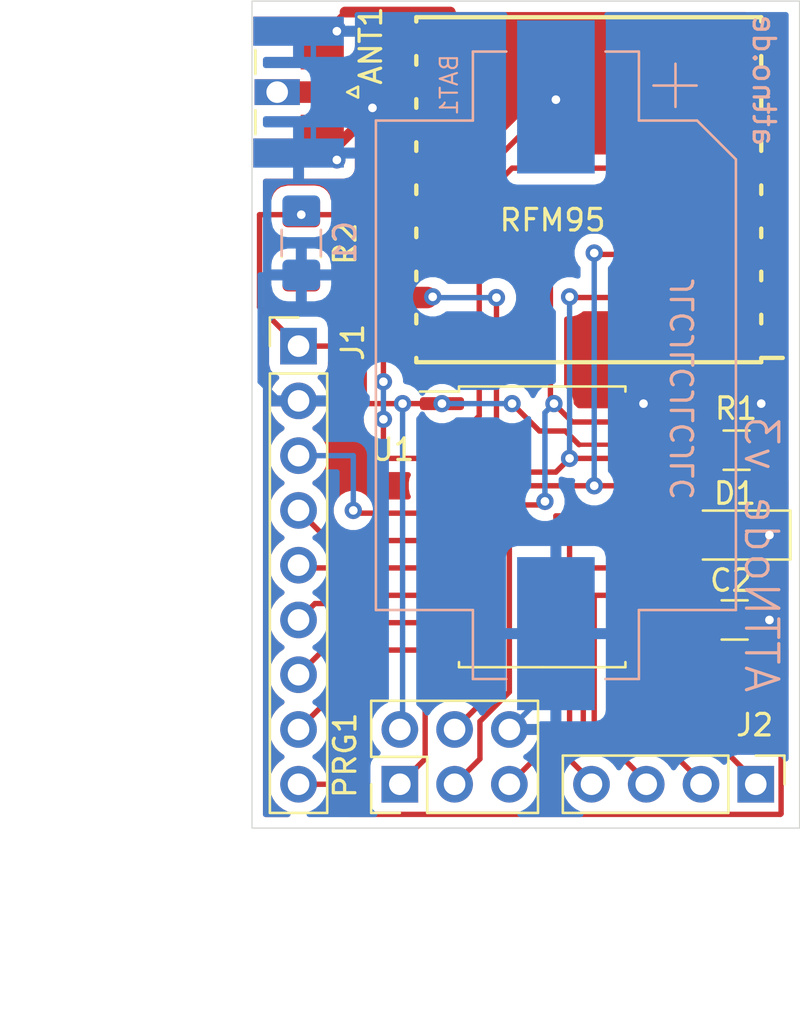
<source format=kicad_pcb>
(kicad_pcb (version 20200119) (host pcbnew "(5.99.0-1365-gd87daebb2)")

  (general
    (thickness 1.6)
    (drawings 7)
    (tracks 212)
    (modules 12)
    (nets 23)
  )

  (page "A4")
  (layers
    (0 "F.Cu" signal)
    (31 "B.Cu" signal)
    (32 "B.Adhes" user)
    (33 "F.Adhes" user)
    (34 "B.Paste" user)
    (35 "F.Paste" user)
    (36 "B.SilkS" user)
    (37 "F.SilkS" user)
    (38 "B.Mask" user)
    (39 "F.Mask" user)
    (40 "Dwgs.User" user)
    (41 "Cmts.User" user)
    (42 "Eco1.User" user)
    (43 "Eco2.User" user)
    (44 "Edge.Cuts" user)
    (45 "Margin" user)
    (46 "B.CrtYd" user)
    (47 "F.CrtYd" user)
    (48 "B.Fab" user)
    (49 "F.Fab" user)
  )

  (setup
    (last_trace_width 0.25)
    (trace_clearance 0.2)
    (zone_clearance 0.508)
    (zone_45_only no)
    (trace_min 0.2)
    (via_size 0.8)
    (via_drill 0.4)
    (via_min_size 0.4)
    (via_min_drill 0.3)
    (uvia_size 0.3)
    (uvia_drill 0.1)
    (uvias_allowed no)
    (uvia_min_size 0.2)
    (uvia_min_drill 0.1)
    (max_error 0.005)
    (defaults
      (edge_clearance 0.01)
      (edge_cuts_line_width 0.05)
      (courtyard_line_width 0.05)
      (copper_line_width 0.2)
      (copper_text_dims (size 1.5 1.5) (thickness 0.3))
      (silk_line_width 0.12)
      (silk_text_dims (size 1 1) (thickness 0.15))
      (other_layers_line_width 0.1)
      (other_layers_text_dims (size 1 1) (thickness 0.15))
      (dimension_units 0)
      (dimension_precision 1)
    )
    (pad_size 1.35 4.2)
    (pad_drill 0)
    (pad_to_mask_clearance 0.051)
    (solder_mask_min_width 0.25)
    (aux_axis_origin 0 0)
    (visible_elements FFFFFFFF)
    (pcbplotparams
      (layerselection 0x010f0_ffffffff)
      (usegerberextensions false)
      (usegerberattributes true)
      (usegerberadvancedattributes true)
      (creategerberjobfile true)
      (excludeedgelayer true)
      (linewidth 0.100000)
      (plotframeref false)
      (viasonmask false)
      (mode 1)
      (useauxorigin false)
      (hpglpennumber 1)
      (hpglpenspeed 20)
      (hpglpendiameter 15.000000)
      (psnegative false)
      (psa4output false)
      (plotreference true)
      (plotvalue true)
      (plotinvisibletext false)
      (padsonsilk false)
      (subtractmaskfromsilk false)
      (outputformat 1)
      (mirror false)
      (drillshape 0)
      (scaleselection 1)
      (outputdirectory "Gerber_v3/")
    )
  )

  (net 0 "")
  (net 1 "Net-(ANT1-Pad1)")
  (net 2 "+3V3")
  (net 3 "GND")
  (net 4 "Net-(D1-Pad2)")
  (net 5 "PB3")
  (net 6 "PB2")
  (net 7 "PB1")
  (net 8 "PB0")
  (net 9 "PA7")
  (net 10 "PC3")
  (net 11 "PC2")
  (net 12 "PC1")
  (net 13 "PC0")
  (net 14 "PB5")
  (net 15 "PB4")
  (net 16 "RST")
  (net 17 "MOSI")
  (net 18 "SCK")
  (net 19 "MISO")
  (net 20 "NSS")
  (net 21 "DIO0")
  (net 22 "DIO1")

  (net_class "Default" "Dies ist die voreingestellte Netzklasse."
    (clearance 0.2)
    (trace_width 0.25)
    (via_dia 0.8)
    (via_drill 0.4)
    (uvia_dia 0.3)
    (uvia_drill 0.1)
    (add_net "+3V3")
    (add_net "DIO0")
    (add_net "DIO1")
    (add_net "GND")
    (add_net "MISO")
    (add_net "MOSI")
    (add_net "NSS")
    (add_net "Net-(ANT1-Pad1)")
    (add_net "Net-(D1-Pad2)")
    (add_net "PA7")
    (add_net "PB0")
    (add_net "PB1")
    (add_net "PB2")
    (add_net "PB3")
    (add_net "PB4")
    (add_net "PB5")
    (add_net "PC0")
    (add_net "PC1")
    (add_net "PC2")
    (add_net "PC3")
    (add_net "RST")
    (add_net "SCK")
  )

  (module "RFM:RFM95" (layer "F.Cu") (tedit 5EA218BC) (tstamp 2adccd66-1386-43da-be78-c5d3f7237135)
    (at 112.268 46.228 180)
    (path "/00000000-0000-0000-0000-00005d664943")
    (fp_text reference "RFM95" (at 9.6774 5.588) (layer "F.SilkS")
      (effects (font (size 1 1) (thickness 0.15)))
    )
    (fp_text value "RFM95W-868S2" (at 13.5 -1.8) (layer "F.Fab")
      (effects (font (size 1 1) (thickness 0.15)))
    )
    (fp_line (start 0 15) (end 0 14.8) (layer "F.SilkS") (width 0.2))
    (fp_line (start 16 15) (end 0 15) (layer "F.SilkS") (width 0.2))
    (fp_line (start 16 14.8) (end 16 15) (layer "F.SilkS") (width 0.2))
    (fp_line (start 16 12.8) (end 16 13.2) (layer "F.SilkS") (width 0.2))
    (fp_line (start 16 10.8) (end 16 11.2) (layer "F.SilkS") (width 0.2))
    (fp_line (start 16 8.8) (end 16 9.2) (layer "F.SilkS") (width 0.2))
    (fp_line (start 16 6.8) (end 16 7.2) (layer "F.SilkS") (width 0.2))
    (fp_line (start 16 4.8) (end 16 5.2) (layer "F.SilkS") (width 0.2))
    (fp_line (start 16 2.8) (end 16 3.2) (layer "F.SilkS") (width 0.2))
    (fp_line (start 16 0.8) (end 16 1.2) (layer "F.SilkS") (width 0.2))
    (fp_line (start 16 -1) (end 16 -0.8) (layer "F.SilkS") (width 0.2))
    (fp_line (start 0 12.8) (end 0 13.2) (layer "F.SilkS") (width 0.2))
    (fp_line (start 0 -0.8) (end 0 -1) (layer "F.SilkS") (width 0.2))
    (fp_line (start -1 -0.8) (end 0 -0.8) (layer "F.SilkS") (width 0.2))
    (fp_line (start 0 1.2) (end 0 0.8) (layer "F.SilkS") (width 0.2))
    (fp_line (start 0 3.2) (end 0 2.8) (layer "F.SilkS") (width 0.2))
    (fp_line (start 0 4.8) (end 0 5.2) (layer "F.SilkS") (width 0.2))
    (fp_line (start 0 6.8) (end 0 7.2) (layer "F.SilkS") (width 0.2))
    (fp_line (start 0 8.8) (end 0 9.2) (layer "F.SilkS") (width 0.2))
    (fp_line (start 0 10.8) (end 0 11.2) (layer "F.SilkS") (width 0.2))
    (fp_line (start 0 -1) (end 16 -1) (layer "F.SilkS") (width 0.2))
    (pad "1" smd oval (at 0 0 180) (size 2 1) (layers "F.Cu" "F.Paste" "F.Mask")
      (net 3 "GND") (pinfunction "GND") (tstamp 65e2bfd6-f3cb-406c-b560-aa7a911ddba3))
    (pad "2" smd oval (at 0 2 180) (size 2 1) (layers "F.Cu" "F.Paste" "F.Mask")
      (net 19 "MISO") (pinfunction "MISO") (tstamp 6eedbd07-f058-4160-9142-8c162d647398))
    (pad "3" smd oval (at 0 4 180) (size 2 1) (layers "F.Cu" "F.Paste" "F.Mask")
      (net 17 "MOSI") (pinfunction "MOSI") (tstamp d7f45290-599b-4dc0-8428-143f20809cc2))
    (pad "4" smd oval (at 0 6 180) (size 2 1) (layers "F.Cu" "F.Paste" "F.Mask")
      (net 18 "SCK") (pinfunction "SCK") (tstamp a5c4034c-deab-4eae-8cd6-5b3bb340a77f))
    (pad "5" smd oval (at 0 8 180) (size 2 1) (layers "F.Cu" "F.Paste" "F.Mask")
      (net 20 "NSS") (pinfunction "NSS") (tstamp ba98c3a1-67ff-4a5c-873e-0b20d219a4bc))
    (pad "6" smd oval (at 0 10 180) (size 2 1) (layers "F.Cu" "F.Paste" "F.Mask")
      (pinfunction "RESET") (tstamp 6429d5a8-a7e6-406c-9c82-48d51e0c081b))
    (pad "7" smd oval (at 0 12 180) (size 2 1) (layers "F.Cu" "F.Paste" "F.Mask")
      (pinfunction "DIO5") (tstamp 3d3a44c9-fdd5-4c75-bcd0-bbda3649e380))
    (pad "8" smd oval (at 0 14 180) (size 2 1) (layers "F.Cu" "F.Paste" "F.Mask")
      (net 3 "GND") (pinfunction "GND") (tstamp 3903414d-d9a9-4d20-98fe-1842b04f5cd6))
    (pad "9" smd oval (at 16 14 180) (size 2 1) (layers "F.Cu" "F.Paste" "F.Mask")
      (net 1 "Net-(ANT1-Pad1)") (pinfunction "ANT") (tstamp 7a4891ab-d011-4db7-acf6-0d4c2ec3add9))
    (pad "10" smd oval (at 16 12 180) (size 2 1) (layers "F.Cu" "F.Paste" "F.Mask")
      (net 3 "GND") (pinfunction "GND") (tstamp 2a9b8410-bdc1-4be5-9ac0-5d90ab5a6ec9))
    (pad "11" smd oval (at 16 10 180) (size 2 1) (layers "F.Cu" "F.Paste" "F.Mask")
      (pinfunction "DIO3") (tstamp 28f2b9c4-eda7-413d-bb79-cf3fb3278c9e))
    (pad "12" smd oval (at 16 8 180) (size 2 1) (layers "F.Cu" "F.Paste" "F.Mask")
      (pinfunction "DIO4") (tstamp a1a9bb01-5e32-47e5-bad5-287f3ef4ce61))
    (pad "13" smd oval (at 16 6 180) (size 2 1) (layers "F.Cu" "F.Paste" "F.Mask")
      (net 2 "+3V3") (pinfunction "3.3V") (tstamp 70a0d090-1248-42ed-b216-137cfae4ffc5))
    (pad "14" smd oval (at 16 4 180) (size 2 1) (layers "F.Cu" "F.Paste" "F.Mask")
      (net 21 "DIO0") (pinfunction "DIO0") (tstamp 542f5dd5-22c3-4b8f-b44d-55c2f1e2d92e))
    (pad "15" smd oval (at 16 2 180) (size 2 1) (layers "F.Cu" "F.Paste" "F.Mask")
      (net 22 "DIO1") (pinfunction "DIO1") (tstamp be18873b-6099-461d-a0ed-99a6d61bd017))
    (pad "16" smd oval (at 16 0 180) (size 2 1) (layers "F.Cu" "F.Paste" "F.Mask")
      (pinfunction "DIO2") (tstamp eb600661-5f15-40f7-954b-a662d14f6623))
    (model "${KIPRJMOD}/kicad_libs/RFM95/RFM95.wrl"
      (offset (xyz 16 -14.9 0))
      (scale (xyz 0.39 0.39 0.39))
      (rotate (xyz -90 0 180))
    )
  )

  (module "Connector_PinHeader_2.54mm:PinHeader_1x04_P2.54mm_Vertical" (layer "F.Cu") (tedit 59FED5CC) (tstamp 37ad0759-c2e2-4ffc-aec5-8feeae67c052)
    (at 112.014 66.802 -90)
    (descr "Through hole straight pin header, 1x04, 2.54mm pitch, single row")
    (tags "Through hole pin header THT 1x04 2.54mm single row")
    (path "/00000000-0000-0000-0000-00005ea220ba")
    (fp_text reference "J2" (at -2.7432 0.0508) (layer "F.SilkS")
      (effects (font (size 1 1) (thickness 0.15)))
    )
    (fp_text value "Conn_01x04_Male-Connector" (at 0 9.95 90) (layer "F.Fab")
      (effects (font (size 1 1) (thickness 0.15)))
    )
    (fp_line (start -0.635 -1.27) (end 1.27 -1.27) (layer "F.Fab") (width 0.1))
    (fp_line (start 1.27 -1.27) (end 1.27 8.89) (layer "F.Fab") (width 0.1))
    (fp_line (start 1.27 8.89) (end -1.27 8.89) (layer "F.Fab") (width 0.1))
    (fp_line (start -1.27 8.89) (end -1.27 -0.635) (layer "F.Fab") (width 0.1))
    (fp_line (start -1.27 -0.635) (end -0.635 -1.27) (layer "F.Fab") (width 0.1))
    (fp_line (start -1.33 8.95) (end 1.33 8.95) (layer "F.SilkS") (width 0.12))
    (fp_line (start -1.33 1.27) (end -1.33 8.95) (layer "F.SilkS") (width 0.12))
    (fp_line (start 1.33 1.27) (end 1.33 8.95) (layer "F.SilkS") (width 0.12))
    (fp_line (start -1.33 1.27) (end 1.33 1.27) (layer "F.SilkS") (width 0.12))
    (fp_line (start -1.33 0) (end -1.33 -1.33) (layer "F.SilkS") (width 0.12))
    (fp_line (start -1.33 -1.33) (end 0 -1.33) (layer "F.SilkS") (width 0.12))
    (fp_line (start -1.8 -1.8) (end -1.8 9.4) (layer "F.CrtYd") (width 0.05))
    (fp_line (start -1.8 9.4) (end 1.8 9.4) (layer "F.CrtYd") (width 0.05))
    (fp_line (start 1.8 9.4) (end 1.8 -1.8) (layer "F.CrtYd") (width 0.05))
    (fp_line (start 1.8 -1.8) (end -1.8 -1.8) (layer "F.CrtYd") (width 0.05))
    (fp_text user "${REFERENCE}" (at 0 3.81) (layer "F.Fab")
      (effects (font (size 1 1) (thickness 0.15)))
    )
    (pad "4" thru_hole oval (at 0 7.62 270) (size 1.7 1.7) (drill 1) (layers *.Cu *.Mask)
      (net 10 "PC3") (pinfunction "Pin_4") (tstamp 89ff0227-0c9f-42c7-bd83-524465156002))
    (pad "3" thru_hole oval (at 0 5.08 270) (size 1.7 1.7) (drill 1) (layers *.Cu *.Mask)
      (net 11 "PC2") (pinfunction "Pin_3") (tstamp 66222f5e-830a-4969-929c-a4cdae079bc0))
    (pad "2" thru_hole oval (at 0 2.54 270) (size 1.7 1.7) (drill 1) (layers *.Cu *.Mask)
      (net 12 "PC1") (pinfunction "Pin_2") (tstamp 653936a0-c995-49d5-aced-645334568dcb))
    (pad "1" thru_hole rect (at 0 0 270) (size 1.7 1.7) (drill 1) (layers *.Cu *.Mask)
      (net 13 "PC0") (pinfunction "Pin_1") (tstamp bd1ede22-93f4-444f-99cf-3e0fedf978fb))
    (model "${KISYS3DMOD}/Connector_PinHeader_2.54mm.3dshapes/PinHeader_1x04_P2.54mm_Vertical.wrl"
      (at (xyz 0 0 0))
      (scale (xyz 1 1 1))
      (rotate (xyz 0 0 0))
    )
  )

  (module "Connector_PinHeader_2.54mm:PinHeader_1x09_P2.54mm_Vertical" (layer "F.Cu") (tedit 59FED5CC) (tstamp 5878ef79-5a4c-4cbe-9249-c705b0487de0)
    (at 90.805 46.482)
    (descr "Through hole straight pin header, 1x09, 2.54mm pitch, single row")
    (tags "Through hole pin header THT 1x09 2.54mm single row")
    (path "/00000000-0000-0000-0000-00005ea21977")
    (fp_text reference "J1" (at 2.5146 -0.1778 -90) (layer "F.SilkS")
      (effects (font (size 1 1) (thickness 0.15)))
    )
    (fp_text value "Conn_01x09_Male-Connector" (at 0 22.65) (layer "F.Fab")
      (effects (font (size 1 1) (thickness 0.15)))
    )
    (fp_line (start -0.635 -1.27) (end 1.27 -1.27) (layer "F.Fab") (width 0.1))
    (fp_line (start 1.27 -1.27) (end 1.27 21.59) (layer "F.Fab") (width 0.1))
    (fp_line (start 1.27 21.59) (end -1.27 21.59) (layer "F.Fab") (width 0.1))
    (fp_line (start -1.27 21.59) (end -1.27 -0.635) (layer "F.Fab") (width 0.1))
    (fp_line (start -1.27 -0.635) (end -0.635 -1.27) (layer "F.Fab") (width 0.1))
    (fp_line (start -1.33 21.65) (end 1.33 21.65) (layer "F.SilkS") (width 0.12))
    (fp_line (start -1.33 1.27) (end -1.33 21.65) (layer "F.SilkS") (width 0.12))
    (fp_line (start 1.33 1.27) (end 1.33 21.65) (layer "F.SilkS") (width 0.12))
    (fp_line (start -1.33 1.27) (end 1.33 1.27) (layer "F.SilkS") (width 0.12))
    (fp_line (start -1.33 0) (end -1.33 -1.33) (layer "F.SilkS") (width 0.12))
    (fp_line (start -1.33 -1.33) (end 0 -1.33) (layer "F.SilkS") (width 0.12))
    (fp_line (start -1.8 -1.8) (end -1.8 22.1) (layer "F.CrtYd") (width 0.05))
    (fp_line (start -1.8 22.1) (end 1.8 22.1) (layer "F.CrtYd") (width 0.05))
    (fp_line (start 1.8 22.1) (end 1.8 -1.8) (layer "F.CrtYd") (width 0.05))
    (fp_line (start 1.8 -1.8) (end -1.8 -1.8) (layer "F.CrtYd") (width 0.05))
    (fp_text user "${REFERENCE}" (at 0 10.16 90) (layer "F.Fab")
      (effects (font (size 1 1) (thickness 0.15)))
    )
    (pad "9" thru_hole oval (at 0 20.32) (size 1.7 1.7) (drill 1) (layers *.Cu *.Mask)
      (net 8 "PB0") (pinfunction "Pin_9") (tstamp b4c28213-d1c0-42b5-94bd-b3bc91907440))
    (pad "8" thru_hole oval (at 0 17.78) (size 1.7 1.7) (drill 1) (layers *.Cu *.Mask)
      (net 7 "PB1") (pinfunction "Pin_8") (tstamp a5caaaef-9ade-46a1-a892-68f99bcbe232))
    (pad "7" thru_hole oval (at 0 15.24) (size 1.7 1.7) (drill 1) (layers *.Cu *.Mask)
      (net 6 "PB2") (pinfunction "Pin_7") (tstamp 95d2e8c1-559c-4759-ad14-1c59aa9f215b))
    (pad "6" thru_hole oval (at 0 12.7) (size 1.7 1.7) (drill 1) (layers *.Cu *.Mask)
      (net 5 "PB3") (pinfunction "Pin_6") (tstamp 3f0a1dfe-3050-48d4-ae46-37f190192343))
    (pad "5" thru_hole oval (at 0 10.16) (size 1.7 1.7) (drill 1) (layers *.Cu *.Mask)
      (net 15 "PB4") (pinfunction "Pin_5") (tstamp aee3c6e2-bfca-46ea-8da8-9c1e71bb3311))
    (pad "4" thru_hole oval (at 0 7.62) (size 1.7 1.7) (drill 1) (layers *.Cu *.Mask)
      (net 14 "PB5") (pinfunction "Pin_4") (tstamp 6a5004d7-81cd-4720-b65c-7be92b292e26))
    (pad "3" thru_hole oval (at 0 5.08) (size 1.7 1.7) (drill 1) (layers *.Cu *.Mask)
      (net 9 "PA7") (pinfunction "Pin_3") (tstamp ae29c590-e8a4-4e84-984d-06463f54362e))
    (pad "2" thru_hole oval (at 0 2.54) (size 1.7 1.7) (drill 1) (layers *.Cu *.Mask)
      (net 3 "GND") (pinfunction "Pin_2") (tstamp c9cabc93-0b14-4e56-b132-f468fb794110))
    (pad "1" thru_hole rect (at 0 0) (size 1.7 1.7) (drill 1) (layers *.Cu *.Mask)
      (net 2 "+3V3") (pinfunction "Pin_1") (tstamp dccea89e-021e-4eeb-a7fe-f3f798cad961))
    (model "${KISYS3DMOD}/Connector_PinHeader_2.54mm.3dshapes/PinHeader_1x09_P2.54mm_Vertical.wrl"
      (at (xyz 0 0 0))
      (scale (xyz 1 1 1))
      (rotate (xyz 0 0 0))
    )
  )

  (module "battery_holder:BatteryHolder_Keystone_1060_1x2032_Long_Pad" (layer "B.Cu") (tedit 5E2D666C) (tstamp 9d7153da-edd0-4d40-a819-05ccb6e910e8)
    (at 102.743 47.371 -90)
    (descr "http://www.keyelco.com/product-pdf.cfm?p=726")
    (tags "CR2032 BR2032 BatteryHolder Battery")
    (path "/00000000-0000-0000-0000-00005d6f40ee")
    (attr smd)
    (fp_text reference "BAT1" (at -13.0048 4.953 -90) (layer "B.SilkS")
      (effects (font (size 0.8 0.8) (thickness 0.1)) (justify mirror))
    )
    (fp_text value "Battery_Cell" (at 0 11.75 90) (layer "B.Fab")
      (effects (font (size 1 1) (thickness 0.15)) (justify mirror))
    )
    (fp_circle (center 0 0) (end -10.2 0) (layer "Dwgs.User") (width 0.3))
    (fp_line (start 11 -8) (end -9.4 -8) (layer "B.Fab") (width 0.1))
    (fp_line (start 11 8) (end -11 8) (layer "B.Fab") (width 0.1))
    (fp_line (start 11 -8) (end 11 -3.5) (layer "B.Fab") (width 0.1))
    (fp_line (start 11 8) (end 11 3.5) (layer "B.Fab") (width 0.1))
    (fp_line (start -11 8) (end -11 3.5) (layer "B.Fab") (width 0.1))
    (fp_line (start -11 -6.4) (end -11 -3.5) (layer "B.Fab") (width 0.1))
    (fp_line (start -11 -3.5) (end -14.2 -3.5) (layer "B.Fab") (width 0.1))
    (fp_line (start -14.2 -3.5) (end -14.2 3.5) (layer "B.Fab") (width 0.1))
    (fp_line (start -14.2 3.5) (end -11 3.5) (layer "B.Fab") (width 0.1))
    (fp_line (start 11 -3.5) (end 14.2 -3.5) (layer "B.Fab") (width 0.1))
    (fp_line (start 14.2 -3.5) (end 14.2 3.5) (layer "B.Fab") (width 0.1))
    (fp_line (start 14.2 3.5) (end 11 3.5) (layer "B.Fab") (width 0.1))
    (fp_line (start -9.4 -8) (end -11 -6.4) (layer "B.Fab") (width 0.1))
    (fp_line (start 11.35 -3.85) (end 14.55 -3.85) (layer "B.SilkS") (width 0.12))
    (fp_line (start 14.55 -3.85) (end 14.55 -2.3) (layer "B.SilkS") (width 0.12))
    (fp_line (start 11.35 -8.35) (end 11.35 -3.85) (layer "B.SilkS") (width 0.12))
    (fp_line (start 11.35 -8.35) (end -9.55 -8.35) (layer "B.SilkS") (width 0.12))
    (fp_line (start -11.35 -6.55) (end -11.35 -3.85) (layer "B.SilkS") (width 0.12))
    (fp_line (start -9.55 -8.35) (end -11.35 -6.55) (layer "B.SilkS") (width 0.12))
    (fp_line (start -11.35 -3.85) (end -14.55 -3.85) (layer "B.SilkS") (width 0.12))
    (fp_line (start -14.55 -3.85) (end -14.55 -2.3) (layer "B.SilkS") (width 0.12))
    (fp_line (start -11.35 3.85) (end -14.55 3.85) (layer "B.SilkS") (width 0.12))
    (fp_line (start -14.55 3.85) (end -14.55 2.3) (layer "B.SilkS") (width 0.12))
    (fp_line (start 11.35 3.85) (end 14.55 3.85) (layer "B.SilkS") (width 0.12))
    (fp_line (start 14.55 3.85) (end 14.55 2.3) (layer "B.SilkS") (width 0.12))
    (fp_line (start -11.35 8.35) (end 11.35 8.35) (layer "B.SilkS") (width 0.12))
    (fp_line (start -11.35 8.35) (end -11.35 3.85) (layer "B.SilkS") (width 0.12))
    (fp_line (start 11.35 8.35) (end 11.35 3.85) (layer "B.SilkS") (width 0.12))
    (fp_arc (start 0 0) (end -6.5 -8.5) (angle 74.81070976) (layer "B.CrtYd") (width 0.05))
    (fp_line (start 11.5 -8.5) (end 6.5 -8.5) (layer "B.CrtYd") (width 0.05))
    (fp_line (start -6.5 -8.5) (end -11.5 -8.5) (layer "B.CrtYd") (width 0.05))
    (fp_line (start -11.5 -4) (end -11.5 -8.5) (layer "B.CrtYd") (width 0.05))
    (fp_line (start -14.7 -4) (end -11.5 -4) (layer "B.CrtYd") (width 0.05))
    (fp_line (start -14.7 -4) (end -14.7 -2.3) (layer "B.CrtYd") (width 0.05))
    (fp_line (start -14.7 -2.3) (end -16.45 -2.3) (layer "B.CrtYd") (width 0.05))
    (fp_line (start -16.45 -2.3) (end -16.45 2.3) (layer "B.CrtYd") (width 0.05))
    (fp_line (start -14.7 2.3) (end -16.45 2.3) (layer "B.CrtYd") (width 0.05))
    (fp_line (start -14.7 2.3) (end -14.7 4) (layer "B.CrtYd") (width 0.05))
    (fp_line (start -14.7 4) (end -11.5 4) (layer "B.CrtYd") (width 0.05))
    (fp_line (start -11.5 4) (end -11.5 8.5) (layer "B.CrtYd") (width 0.05))
    (fp_line (start -11.5 8.5) (end -6.5 8.5) (layer "B.CrtYd") (width 0.05))
    (fp_line (start 11.5 8.5) (end 11.5 4) (layer "B.CrtYd") (width 0.05))
    (fp_line (start 11.5 4) (end 14.7 4) (layer "B.CrtYd") (width 0.05))
    (fp_line (start 14.7 4) (end 14.7 2.3) (layer "B.CrtYd") (width 0.05))
    (fp_line (start 14.7 2.3) (end 16.45 2.3) (layer "B.CrtYd") (width 0.05))
    (fp_line (start 16.45 2.3) (end 16.45 -2.3) (layer "B.CrtYd") (width 0.05))
    (fp_line (start 16.45 -2.3) (end 14.7 -2.3) (layer "B.CrtYd") (width 0.05))
    (fp_line (start 14.7 -2.3) (end 14.7 -4) (layer "B.CrtYd") (width 0.05))
    (fp_line (start 14.7 -4) (end 11.5 -4) (layer "B.CrtYd") (width 0.05))
    (fp_line (start 11.5 -4) (end 11.5 -8.5) (layer "B.CrtYd") (width 0.05))
    (fp_arc (start 0 0) (end 6.5 8.5) (angle 74.81070976) (layer "B.CrtYd") (width 0.05))
    (fp_line (start 11.5 8.5) (end 6.5 8.5) (layer "B.CrtYd") (width 0.05))
    (fp_text user "BAT" (at 0 0 90) (layer "B.Fab") hide
      (effects (font (size 1 1) (thickness 0.15)) (justify mirror))
    )
    (fp_line (start -12.97432 -4.5278) (end -12.97432 -6.5278) (layer "B.SilkS") (width 0.12))
    (fp_line (start -11.98524 -5.54736) (end -13.98524 -5.54736) (layer "B.SilkS") (width 0.12))
    (pad "1" smd rect (at -12.446 0 90) (size 7.1 3.6) (layers "B.Cu" "B.Paste" "B.Mask")
      (net 2 "+3V3") (pinfunction "+") (tstamp e7c3ab3c-85dd-483d-b130-8e19e151a99a))
    (pad "2" smd rect (at 12.446 0 90) (size 7.1 3.6) (layers "B.Cu" "B.Paste" "B.Mask")
      (net 3 "GND") (pinfunction "-") (tstamp 3203a800-62c3-4671-b80a-35daffda43f0))
    (model "${KISYS3DMOD}/Battery.3dshapes/BatteryHolder_Keystone_1060_1x2032.wrl"
      (at (xyz 0 0 0))
      (scale (xyz 1 1 1))
      (rotate (xyz 0 0 0))
    )
  )

  (module "Capacitor_SMD:C_1206_3216Metric_Pad1.42x1.75mm_HandSolder" (layer "F.Cu") (tedit 5B301BBE) (tstamp 0716afc0-235f-419f-8fc4-a2daae6fd421)
    (at 111.0345 59.182)
    (descr "Capacitor SMD 1206 (3216 Metric), square (rectangular) end terminal, IPC_7351 nominal with elongated pad for handsoldering. (Body size source: http://www.tortai-tech.com/upload/download/2011102023233369053.pdf), generated with kicad-footprint-generator")
    (tags "capacitor handsolder")
    (path "/00000000-0000-0000-0000-00005d694e97")
    (attr smd)
    (fp_text reference "C2" (at -0.1635 -1.8288) (layer "F.SilkS")
      (effects (font (size 1 1) (thickness 0.15)))
    )
    (fp_text value "100n" (at 0 1.82) (layer "F.Fab")
      (effects (font (size 1 1) (thickness 0.15)))
    )
    (fp_line (start -1.6 0.8) (end -1.6 -0.8) (layer "F.Fab") (width 0.1))
    (fp_line (start -1.6 -0.8) (end 1.6 -0.8) (layer "F.Fab") (width 0.1))
    (fp_line (start 1.6 -0.8) (end 1.6 0.8) (layer "F.Fab") (width 0.1))
    (fp_line (start 1.6 0.8) (end -1.6 0.8) (layer "F.Fab") (width 0.1))
    (fp_line (start -0.602064 -0.91) (end 0.602064 -0.91) (layer "F.SilkS") (width 0.12))
    (fp_line (start -0.602064 0.91) (end 0.602064 0.91) (layer "F.SilkS") (width 0.12))
    (fp_line (start -2.45 1.12) (end -2.45 -1.12) (layer "F.CrtYd") (width 0.05))
    (fp_line (start -2.45 -1.12) (end 2.45 -1.12) (layer "F.CrtYd") (width 0.05))
    (fp_line (start 2.45 -1.12) (end 2.45 1.12) (layer "F.CrtYd") (width 0.05))
    (fp_line (start 2.45 1.12) (end -2.45 1.12) (layer "F.CrtYd") (width 0.05))
    (fp_text user "${REFERENCE}" (at 0 0) (layer "F.Fab")
      (effects (font (size 0.8 0.8) (thickness 0.12)))
    )
    (pad "2" smd roundrect (at 1.4875 0) (size 1.425 1.75) (layers "F.Cu" "F.Paste" "F.Mask") (roundrect_rratio 0.1754385964912281)
      (net 3 "GND") (tstamp 146fca88-a09d-4cac-ad09-6f2f3b16f70f))
    (pad "1" smd roundrect (at -1.4875 0) (size 1.425 1.75) (layers "F.Cu" "F.Paste" "F.Mask") (roundrect_rratio 0.1754385964912281)
      (net 2 "+3V3") (tstamp 42efd1c3-a828-43b0-a0ca-b9f648d481e1))
    (model "${KISYS3DMOD}/Capacitor_SMD.3dshapes/C_1206_3216Metric.wrl"
      (at (xyz 0 0 0))
      (scale (xyz 1 1 1))
      (rotate (xyz 0 0 0))
    )
  )

  (module "Package_SO:SOIC-20W_7.5x12.8mm_P1.27mm" (layer "F.Cu") (tedit 5D9F72B1) (tstamp 4d88a77c-1cbb-46f9-8c4c-d506b7453540)
    (at 102.108 54.864)
    (descr "SOIC, 20 Pin (JEDEC MS-013AC, https://www.analog.com/media/en/package-pcb-resources/package/233848rw_20.pdf), generated with kicad-footprint-generator ipc_gullwing_generator.py")
    (tags "SOIC SO")
    (path "/00000000-0000-0000-0000-00005e9fca2b")
    (attr smd)
    (fp_text reference "U1" (at -6.9342 -3.5814) (layer "F.SilkS")
      (effects (font (size 1 1) (thickness 0.15)))
    )
    (fp_text value "ATtiny3216-S" (at 0 7.35) (layer "F.Fab")
      (effects (font (size 1 1) (thickness 0.15)))
    )
    (fp_line (start 0 6.51) (end 3.86 6.51) (layer "F.SilkS") (width 0.12))
    (fp_line (start 3.86 6.51) (end 3.86 6.275) (layer "F.SilkS") (width 0.12))
    (fp_line (start 0 6.51) (end -3.86 6.51) (layer "F.SilkS") (width 0.12))
    (fp_line (start -3.86 6.51) (end -3.86 6.275) (layer "F.SilkS") (width 0.12))
    (fp_line (start 0 -6.51) (end 3.86 -6.51) (layer "F.SilkS") (width 0.12))
    (fp_line (start 3.86 -6.51) (end 3.86 -6.275) (layer "F.SilkS") (width 0.12))
    (fp_line (start 0 -6.51) (end -3.86 -6.51) (layer "F.SilkS") (width 0.12))
    (fp_line (start -3.86 -6.51) (end -3.86 -6.275) (layer "F.SilkS") (width 0.12))
    (fp_line (start -3.86 -6.275) (end -5.675 -6.275) (layer "F.SilkS") (width 0.12))
    (fp_line (start -2.75 -6.4) (end 3.75 -6.4) (layer "F.Fab") (width 0.1))
    (fp_line (start 3.75 -6.4) (end 3.75 6.4) (layer "F.Fab") (width 0.1))
    (fp_line (start 3.75 6.4) (end -3.75 6.4) (layer "F.Fab") (width 0.1))
    (fp_line (start -3.75 6.4) (end -3.75 -5.4) (layer "F.Fab") (width 0.1))
    (fp_line (start -3.75 -5.4) (end -2.75 -6.4) (layer "F.Fab") (width 0.1))
    (fp_line (start -5.93 -6.65) (end -5.93 6.65) (layer "F.CrtYd") (width 0.05))
    (fp_line (start -5.93 6.65) (end 5.93 6.65) (layer "F.CrtYd") (width 0.05))
    (fp_line (start 5.93 6.65) (end 5.93 -6.65) (layer "F.CrtYd") (width 0.05))
    (fp_line (start 5.93 -6.65) (end -5.93 -6.65) (layer "F.CrtYd") (width 0.05))
    (fp_text user "${REFERENCE}" (at 0 0) (layer "F.Fab")
      (effects (font (size 1 1) (thickness 0.15)))
    )
    (pad "20" smd roundrect (at 4.65 -5.715) (size 2.05 0.6) (layers "F.Cu" "F.Paste" "F.Mask") (roundrect_rratio 0.25)
      (net 3 "GND") (pinfunction "GND") (tstamp 31abd79c-ea39-4bb3-b4aa-7cd358fb4841))
    (pad "19" smd roundrect (at 4.65 -4.445) (size 2.05 0.6) (layers "F.Cu" "F.Paste" "F.Mask") (roundrect_rratio 0.25)
      (net 18 "SCK") (pinfunction "PA3") (tstamp 1a0f0c57-2ba9-42cb-92f5-439d574f529c))
    (pad "18" smd roundrect (at 4.65 -3.175) (size 2.05 0.6) (layers "F.Cu" "F.Paste" "F.Mask") (roundrect_rratio 0.25)
      (net 19 "MISO") (pinfunction "PA2") (tstamp 40ee2889-6f8c-4dbd-a188-41333afa61ef))
    (pad "17" smd roundrect (at 4.65 -1.905) (size 2.05 0.6) (layers "F.Cu" "F.Paste" "F.Mask") (roundrect_rratio 0.25)
      (net 17 "MOSI") (pinfunction "PA1") (tstamp d0c2aa0b-d7b5-47a1-b677-f56b2d241d3c))
    (pad "16" smd roundrect (at 4.65 -0.635) (size 2.05 0.6) (layers "F.Cu" "F.Paste" "F.Mask") (roundrect_rratio 0.25)
      (net 16 "RST") (pinfunction "~RESET~/PA0") (tstamp d301939f-9104-4e63-b03d-bd0e16da1ba3))
    (pad "15" smd roundrect (at 4.65 0.635) (size 2.05 0.6) (layers "F.Cu" "F.Paste" "F.Mask") (roundrect_rratio 0.25)
      (net 10 "PC3") (pinfunction "PC3") (tstamp 2056fb02-4380-4a43-88bb-42b97ca53f44))
    (pad "14" smd roundrect (at 4.65 1.905) (size 2.05 0.6) (layers "F.Cu" "F.Paste" "F.Mask") (roundrect_rratio 0.25)
      (net 11 "PC2") (pinfunction "PC2") (tstamp a05f0d30-3657-4b82-8b0e-be235a25e8bd))
    (pad "13" smd roundrect (at 4.65 3.175) (size 2.05 0.6) (layers "F.Cu" "F.Paste" "F.Mask") (roundrect_rratio 0.25)
      (net 12 "PC1") (pinfunction "PC1") (tstamp c3e5069c-aac3-41b4-8846-779081e4e931))
    (pad "12" smd roundrect (at 4.65 4.445) (size 2.05 0.6) (layers "F.Cu" "F.Paste" "F.Mask") (roundrect_rratio 0.25)
      (net 13 "PC0") (pinfunction "PC0") (tstamp d8088b8b-1e1a-47c2-9e31-5d4688f65193))
    (pad "11" smd roundrect (at 4.65 5.715) (size 2.05 0.6) (layers "F.Cu" "F.Paste" "F.Mask") (roundrect_rratio 0.25)
      (net 8 "PB0") (pinfunction "PB0") (tstamp 1d27cb18-6e2c-4cfd-bc9b-a1572fa81cec))
    (pad "10" smd roundrect (at -4.65 5.715) (size 2.05 0.6) (layers "F.Cu" "F.Paste" "F.Mask") (roundrect_rratio 0.25)
      (net 7 "PB1") (pinfunction "PB1") (tstamp 819ae954-ffc7-43d0-bceb-0834b27245d2))
    (pad "9" smd roundrect (at -4.65 4.445) (size 2.05 0.6) (layers "F.Cu" "F.Paste" "F.Mask") (roundrect_rratio 0.25)
      (net 6 "PB2") (pinfunction "PB2") (tstamp 7938d542-b6b2-4645-bba4-dee323062f04))
    (pad "8" smd roundrect (at -4.65 3.175) (size 2.05 0.6) (layers "F.Cu" "F.Paste" "F.Mask") (roundrect_rratio 0.25)
      (net 5 "PB3") (pinfunction "PB3") (tstamp ad1b9a94-5f8c-4af4-b99f-8f5e401af453))
    (pad "7" smd roundrect (at -4.65 1.905) (size 2.05 0.6) (layers "F.Cu" "F.Paste" "F.Mask") (roundrect_rratio 0.25)
      (net 15 "PB4") (pinfunction "PB4") (tstamp a5851300-a827-4338-a7d3-22798b00677a))
    (pad "6" smd roundrect (at -4.65 0.635) (size 2.05 0.6) (layers "F.Cu" "F.Paste" "F.Mask") (roundrect_rratio 0.25)
      (net 14 "PB5") (pinfunction "PB5") (tstamp 2e428118-f79a-4841-9cc9-dbdd4f26ff7c))
    (pad "5" smd roundrect (at -4.65 -0.635) (size 2.05 0.6) (layers "F.Cu" "F.Paste" "F.Mask") (roundrect_rratio 0.25)
      (net 9 "PA7") (pinfunction "PA7") (tstamp cd035f4e-a594-4061-b014-a7e56598c9be))
    (pad "4" smd roundrect (at -4.65 -1.905) (size 2.05 0.6) (layers "F.Cu" "F.Paste" "F.Mask") (roundrect_rratio 0.25)
      (net 22 "DIO1") (pinfunction "PA6") (tstamp 577b96d8-83c9-496a-807f-8d306051fd6c))
    (pad "3" smd roundrect (at -4.65 -3.175) (size 2.05 0.6) (layers "F.Cu" "F.Paste" "F.Mask") (roundrect_rratio 0.25)
      (net 20 "NSS") (pinfunction "PA5") (tstamp ff616263-7177-4318-81b5-355d7fcd3478))
    (pad "2" smd roundrect (at -4.65 -4.445) (size 2.05 0.6) (layers "F.Cu" "F.Paste" "F.Mask") (roundrect_rratio 0.25)
      (net 21 "DIO0") (pinfunction "PA4") (tstamp faf51692-d163-468a-9436-3c7695d3e902))
    (pad "1" smd roundrect (at -4.65 -5.715) (size 2.05 0.6) (layers "F.Cu" "F.Paste" "F.Mask") (roundrect_rratio 0.25)
      (net 2 "+3V3") (pinfunction "VCC") (tstamp 15b0553d-0370-4891-a835-0077f0ea3cdf))
    (model "${KISYS3DMOD}/Package_SO.3dshapes/SOIC-20W_7.5x12.8mm_P1.27mm.wrl"
      (at (xyz 0 0 0))
      (scale (xyz 1 1 1))
      (rotate (xyz 0 0 0))
    )
  )

  (module "Resistor_SMD:R_1206_3216Metric_Pad1.42x1.75mm_HandSolder" (layer "F.Cu") (tedit 5B301BBD) (tstamp f3631681-075a-44c2-849d-f7e9b08a97cd)
    (at 90.932 41.7465 90)
    (descr "Resistor SMD 1206 (3216 Metric), square (rectangular) end terminal, IPC_7351 nominal with elongated pad for handsoldering. (Body size source: http://www.tortai-tech.com/upload/download/2011102023233369053.pdf), generated with kicad-footprint-generator")
    (tags "resistor handsolder")
    (path "/00000000-0000-0000-0000-00005e0cabaf")
    (attr smd)
    (fp_text reference "R2" (at 0.0143 2.032 -90) (layer "F.SilkS")
      (effects (font (size 1 1) (thickness 0.15)))
    )
    (fp_text value "47K" (at 0 1.82 90) (layer "F.Fab")
      (effects (font (size 1 1) (thickness 0.15)))
    )
    (fp_line (start -1.6 0.8) (end -1.6 -0.8) (layer "F.Fab") (width 0.1))
    (fp_line (start -1.6 -0.8) (end 1.6 -0.8) (layer "F.Fab") (width 0.1))
    (fp_line (start 1.6 -0.8) (end 1.6 0.8) (layer "F.Fab") (width 0.1))
    (fp_line (start 1.6 0.8) (end -1.6 0.8) (layer "F.Fab") (width 0.1))
    (fp_line (start -0.602064 -0.91) (end 0.602064 -0.91) (layer "F.SilkS") (width 0.12))
    (fp_line (start -0.602064 0.91) (end 0.602064 0.91) (layer "F.SilkS") (width 0.12))
    (fp_line (start -2.45 1.12) (end -2.45 -1.12) (layer "F.CrtYd") (width 0.05))
    (fp_line (start -2.45 -1.12) (end 2.45 -1.12) (layer "F.CrtYd") (width 0.05))
    (fp_line (start 2.45 -1.12) (end 2.45 1.12) (layer "F.CrtYd") (width 0.05))
    (fp_line (start 2.45 1.12) (end -2.45 1.12) (layer "F.CrtYd") (width 0.05))
    (fp_text user "${REFERENCE}" (at 0 0 90) (layer "F.Fab")
      (effects (font (size 0.8 0.8) (thickness 0.12)))
    )
    (pad "2" smd roundrect (at 1.4875 0 90) (size 1.425 1.75) (layers "F.Cu" "F.Paste" "F.Mask") (roundrect_rratio 0.1754385964912281)
      (net 2 "+3V3") (tstamp d9f1d92c-1ace-428c-a01a-f097d33edcea))
    (pad "1" smd roundrect (at -1.4875 0 90) (size 1.425 1.75) (layers "F.Cu" "F.Paste" "F.Mask") (roundrect_rratio 0.1754385964912281)
      (net 20 "NSS") (tstamp 39a1438d-ba4d-4339-8f8b-fccf20719718))
    (model "${KISYS3DMOD}/Resistor_SMD.3dshapes/R_1206_3216Metric.wrl"
      (at (xyz 0 0 0))
      (scale (xyz 1 1 1))
      (rotate (xyz 0 0 0))
    )
  )

  (module "Resistor_SMD:R_1206_3216Metric_Pad1.42x1.75mm_HandSolder" (layer "F.Cu") (tedit 5B301BBD) (tstamp e7080450-da85-4ee7-a2fa-3f1686a9ad02)
    (at 111.125 51.308)
    (descr "Resistor SMD 1206 (3216 Metric), square (rectangular) end terminal, IPC_7351 nominal with elongated pad for handsoldering. (Body size source: http://www.tortai-tech.com/upload/download/2011102023233369053.pdf), generated with kicad-footprint-generator")
    (tags "resistor handsolder")
    (path "/00000000-0000-0000-0000-00005d6827f4")
    (attr smd)
    (fp_text reference "R1" (at -0.0254 -1.9304) (layer "F.SilkS")
      (effects (font (size 1 1) (thickness 0.15)))
    )
    (fp_text value "100" (at 0 1.82) (layer "F.Fab")
      (effects (font (size 1 1) (thickness 0.15)))
    )
    (fp_line (start -1.6 0.8) (end -1.6 -0.8) (layer "F.Fab") (width 0.1))
    (fp_line (start -1.6 -0.8) (end 1.6 -0.8) (layer "F.Fab") (width 0.1))
    (fp_line (start 1.6 -0.8) (end 1.6 0.8) (layer "F.Fab") (width 0.1))
    (fp_line (start 1.6 0.8) (end -1.6 0.8) (layer "F.Fab") (width 0.1))
    (fp_line (start -0.602064 -0.91) (end 0.602064 -0.91) (layer "F.SilkS") (width 0.12))
    (fp_line (start -0.602064 0.91) (end 0.602064 0.91) (layer "F.SilkS") (width 0.12))
    (fp_line (start -2.45 1.12) (end -2.45 -1.12) (layer "F.CrtYd") (width 0.05))
    (fp_line (start -2.45 -1.12) (end 2.45 -1.12) (layer "F.CrtYd") (width 0.05))
    (fp_line (start 2.45 -1.12) (end 2.45 1.12) (layer "F.CrtYd") (width 0.05))
    (fp_line (start 2.45 1.12) (end -2.45 1.12) (layer "F.CrtYd") (width 0.05))
    (fp_text user "${REFERENCE}" (at 0 0) (layer "F.Fab")
      (effects (font (size 0.8 0.8) (thickness 0.12)))
    )
    (pad "2" smd roundrect (at 1.4875 0) (size 1.425 1.75) (layers "F.Cu" "F.Paste" "F.Mask") (roundrect_rratio 0.1754385964912281)
      (net 8 "PB0") (tstamp d9f1d92c-1ace-428c-a01a-f097d33edcea))
    (pad "1" smd roundrect (at -1.4875 0) (size 1.425 1.75) (layers "F.Cu" "F.Paste" "F.Mask") (roundrect_rratio 0.1754385964912281)
      (net 4 "Net-(D1-Pad2)") (tstamp 39a1438d-ba4d-4339-8f8b-fccf20719718))
    (model "${KISYS3DMOD}/Resistor_SMD.3dshapes/R_1206_3216Metric.wrl"
      (at (xyz 0 0 0))
      (scale (xyz 1 1 1))
      (rotate (xyz 0 0 0))
    )
  )

  (module "Connector_PinHeader_2.54mm:PinHeader_2x03_P2.54mm_Vertical" (layer "F.Cu") (tedit 59FED5CC) (tstamp b2052976-0e55-4c0e-818f-7fd3fdccfb5f)
    (at 95.504 66.802 90)
    (descr "Through hole straight pin header, 2x03, 2.54mm pitch, double rows")
    (tags "Through hole pin header THT 2x03 2.54mm double row")
    (path "/00000000-0000-0000-0000-00005d69c5bf")
    (fp_text reference "PRG1" (at 1.3462 -2.54 -90) (layer "F.SilkS")
      (effects (font (size 1 1) (thickness 0.15)))
    )
    (fp_text value "PRG" (at 1.27 7.41 90) (layer "F.Fab")
      (effects (font (size 1 1) (thickness 0.15)))
    )
    (fp_line (start 0 -1.27) (end 3.81 -1.27) (layer "F.Fab") (width 0.1))
    (fp_line (start 3.81 -1.27) (end 3.81 6.35) (layer "F.Fab") (width 0.1))
    (fp_line (start 3.81 6.35) (end -1.27 6.35) (layer "F.Fab") (width 0.1))
    (fp_line (start -1.27 6.35) (end -1.27 0) (layer "F.Fab") (width 0.1))
    (fp_line (start -1.27 0) (end 0 -1.27) (layer "F.Fab") (width 0.1))
    (fp_line (start -1.33 6.41) (end 3.87 6.41) (layer "F.SilkS") (width 0.12))
    (fp_line (start -1.33 1.27) (end -1.33 6.41) (layer "F.SilkS") (width 0.12))
    (fp_line (start 3.87 -1.33) (end 3.87 6.41) (layer "F.SilkS") (width 0.12))
    (fp_line (start -1.33 1.27) (end 1.27 1.27) (layer "F.SilkS") (width 0.12))
    (fp_line (start 1.27 1.27) (end 1.27 -1.33) (layer "F.SilkS") (width 0.12))
    (fp_line (start 1.27 -1.33) (end 3.87 -1.33) (layer "F.SilkS") (width 0.12))
    (fp_line (start -1.33 0) (end -1.33 -1.33) (layer "F.SilkS") (width 0.12))
    (fp_line (start -1.33 -1.33) (end 0 -1.33) (layer "F.SilkS") (width 0.12))
    (fp_line (start -1.8 -1.8) (end -1.8 6.85) (layer "F.CrtYd") (width 0.05))
    (fp_line (start -1.8 6.85) (end 4.35 6.85) (layer "F.CrtYd") (width 0.05))
    (fp_line (start 4.35 6.85) (end 4.35 -1.8) (layer "F.CrtYd") (width 0.05))
    (fp_line (start 4.35 -1.8) (end -1.8 -1.8) (layer "F.CrtYd") (width 0.05))
    (fp_text user "${REFERENCE}" (at 1.27 2.54) (layer "F.Fab")
      (effects (font (size 1 1) (thickness 0.15)))
    )
    (pad "6" thru_hole oval (at 2.54 5.08 90) (size 1.7 1.7) (drill 1) (layers *.Cu *.Mask)
      (net 3 "GND") (pinfunction "Pin_6") (tstamp a0abc364-ccf6-4462-8cba-d5e12a44484d))
    (pad "5" thru_hole oval (at 0 5.08 90) (size 1.7 1.7) (drill 1) (layers *.Cu *.Mask)
      (net 16 "RST") (pinfunction "Pin_5") (tstamp 76657de1-27f5-4b69-9883-c89463d90918))
    (pad "4" thru_hole oval (at 2.54 2.54 90) (size 1.7 1.7) (drill 1) (layers *.Cu *.Mask)
      (net 17 "MOSI") (pinfunction "Pin_4") (tstamp 8fd783eb-81b4-44bc-8b57-e6658559a9dd))
    (pad "3" thru_hole oval (at 0 2.54 90) (size 1.7 1.7) (drill 1) (layers *.Cu *.Mask)
      (net 18 "SCK") (pinfunction "Pin_3") (tstamp 8ba2061e-101b-4682-850d-a2b61952376f))
    (pad "2" thru_hole oval (at 2.54 0 90) (size 1.7 1.7) (drill 1) (layers *.Cu *.Mask)
      (net 2 "+3V3") (pinfunction "Pin_2") (tstamp 0c64709d-7aef-4be5-ab3b-491074e68411))
    (pad "1" thru_hole rect (at 0 0 90) (size 1.7 1.7) (drill 1) (layers *.Cu *.Mask)
      (net 19 "MISO") (pinfunction "Pin_1") (tstamp e3175481-b9fc-48c6-b5de-ca32807181ec))
    (model "${KISYS3DMOD}/Connector_PinHeader_2.54mm.3dshapes/PinHeader_2x03_P2.54mm_Vertical.wrl"
      (at (xyz 0 0 0))
      (scale (xyz 1 1 1))
      (rotate (xyz 0 0 0))
    )
  )

  (module "LED_SMD:LED_1206_3216Metric_Pad1.42x1.75mm_HandSolder" (layer "F.Cu") (tedit 5B4B45C9) (tstamp 9ba3dc34-18fa-4039-aaa5-feab023b36f7)
    (at 111.1615 55.245 180)
    (descr "LED SMD 1206 (3216 Metric), square (rectangular) end terminal, IPC_7351 nominal, (Body size source: http://www.tortai-tech.com/upload/download/2011102023233369053.pdf), generated with kicad-footprint-generator")
    (tags "LED handsolder")
    (path "/00000000-0000-0000-0000-00005d67f14d")
    (attr smd)
    (fp_text reference "D1" (at 0.1127 1.9304) (layer "F.SilkS")
      (effects (font (size 1 1) (thickness 0.15)))
    )
    (fp_text value "LED" (at 0 1.82) (layer "F.Fab")
      (effects (font (size 1 1) (thickness 0.15)))
    )
    (fp_line (start 1.6 -0.8) (end -1.2 -0.8) (layer "F.Fab") (width 0.1))
    (fp_line (start -1.2 -0.8) (end -1.6 -0.4) (layer "F.Fab") (width 0.1))
    (fp_line (start -1.6 -0.4) (end -1.6 0.8) (layer "F.Fab") (width 0.1))
    (fp_line (start -1.6 0.8) (end 1.6 0.8) (layer "F.Fab") (width 0.1))
    (fp_line (start 1.6 0.8) (end 1.6 -0.8) (layer "F.Fab") (width 0.1))
    (fp_line (start 1.6 -1.135) (end -2.46 -1.135) (layer "F.SilkS") (width 0.12))
    (fp_line (start -2.46 -1.135) (end -2.46 1.135) (layer "F.SilkS") (width 0.12))
    (fp_line (start -2.46 1.135) (end 1.6 1.135) (layer "F.SilkS") (width 0.12))
    (fp_line (start -2.45 1.12) (end -2.45 -1.12) (layer "F.CrtYd") (width 0.05))
    (fp_line (start -2.45 -1.12) (end 2.45 -1.12) (layer "F.CrtYd") (width 0.05))
    (fp_line (start 2.45 -1.12) (end 2.45 1.12) (layer "F.CrtYd") (width 0.05))
    (fp_line (start 2.45 1.12) (end -2.45 1.12) (layer "F.CrtYd") (width 0.05))
    (fp_text user "${REFERENCE}" (at 0 0) (layer "F.Fab")
      (effects (font (size 0.8 0.8) (thickness 0.12)))
    )
    (pad "2" smd roundrect (at 1.4875 0 180) (size 1.425 1.75) (layers "F.Cu" "F.Paste" "F.Mask") (roundrect_rratio 0.1754385964912281)
      (net 4 "Net-(D1-Pad2)") (pinfunction "A") (tstamp 0ad12354-4ae5-4f83-8255-f7cb9e2ebbd2))
    (pad "1" smd roundrect (at -1.4875 0 180) (size 1.425 1.75) (layers "F.Cu" "F.Paste" "F.Mask") (roundrect_rratio 0.1754385964912281)
      (net 3 "GND") (pinfunction "K") (tstamp ea1bd377-675e-40e5-9e27-3792caa95f0c))
    (model "${KISYS3DMOD}/LED_SMD.3dshapes/LED_1206_3216Metric.wrl"
      (at (xyz 0 0 0))
      (scale (xyz 1 1 1))
      (rotate (xyz 0 0 0))
    )
  )

  (module "Capacitor_SMD:C_1206_3216Metric_Pad1.42x1.75mm_HandSolder" (layer "B.Cu") (tedit 5B301BBE) (tstamp 758cfb36-e9cc-4230-9e0c-5770e92476d6)
    (at 90.932 41.6925 -90)
    (descr "Capacitor SMD 1206 (3216 Metric), square (rectangular) end terminal, IPC_7351 nominal with elongated pad for handsoldering. (Body size source: http://www.tortai-tech.com/upload/download/2011102023233369053.pdf), generated with kicad-footprint-generator")
    (tags "capacitor handsolder")
    (path "/00000000-0000-0000-0000-00005d696543")
    (attr smd)
    (fp_text reference "C1" (at -0.0365 -2.032 -90) (layer "B.SilkS")
      (effects (font (size 1 1) (thickness 0.15)) (justify mirror))
    )
    (fp_text value "100n" (at 0 -1.82 90) (layer "B.Fab")
      (effects (font (size 1 1) (thickness 0.15)) (justify mirror))
    )
    (fp_line (start -1.6 -0.8) (end -1.6 0.8) (layer "B.Fab") (width 0.1))
    (fp_line (start -1.6 0.8) (end 1.6 0.8) (layer "B.Fab") (width 0.1))
    (fp_line (start 1.6 0.8) (end 1.6 -0.8) (layer "B.Fab") (width 0.1))
    (fp_line (start 1.6 -0.8) (end -1.6 -0.8) (layer "B.Fab") (width 0.1))
    (fp_line (start -0.602064 0.91) (end 0.602064 0.91) (layer "B.SilkS") (width 0.12))
    (fp_line (start -0.602064 -0.91) (end 0.602064 -0.91) (layer "B.SilkS") (width 0.12))
    (fp_line (start -2.45 -1.12) (end -2.45 1.12) (layer "B.CrtYd") (width 0.05))
    (fp_line (start -2.45 1.12) (end 2.45 1.12) (layer "B.CrtYd") (width 0.05))
    (fp_line (start 2.45 1.12) (end 2.45 -1.12) (layer "B.CrtYd") (width 0.05))
    (fp_line (start 2.45 -1.12) (end -2.45 -1.12) (layer "B.CrtYd") (width 0.05))
    (fp_text user "${REFERENCE}" (at 0 0 90) (layer "B.Fab")
      (effects (font (size 0.8 0.8) (thickness 0.12)) (justify mirror))
    )
    (pad "2" smd roundrect (at 1.4875 0 270) (size 1.425 1.75) (layers "B.Cu" "B.Paste" "B.Mask") (roundrect_rratio 0.1754385964912281)
      (net 3 "GND") (tstamp 146fca88-a09d-4cac-ad09-6f2f3b16f70f))
    (pad "1" smd roundrect (at -1.4875 0 270) (size 1.425 1.75) (layers "B.Cu" "B.Paste" "B.Mask") (roundrect_rratio 0.1754385964912281)
      (net 2 "+3V3") (tstamp 42efd1c3-a828-43b0-a0ca-b9f648d481e1))
    (model "${KISYS3DMOD}/Capacitor_SMD.3dshapes/C_1206_3216Metric.wrl"
      (at (xyz 0 0 0))
      (scale (xyz 1 1 1))
      (rotate (xyz 0 0 0))
    )
  )

  (module "SMA_Multi:SMA_Edge_UFL_Combo" (layer "F.Cu") (tedit 5EDA429C) (tstamp 5c2581a4-fc96-4ff2-9408-e7dbaf2996bf)
    (at 90.805 34.702 -90)
    (descr "Connector SMA, 0Hz to 20GHz, 50Ohm, Edge Mount (http://suddendocs.samtec.com/prints/sma-j-p-x-st-em1-mkt.pdf)")
    (tags "SMA Straight Samtec Edge Mount")
    (path "/00000000-0000-0000-0000-00005d699dfd")
    (attr smd)
    (fp_text reference "ANT1" (at -2.159 -3.3528 -90) (layer "F.SilkS")
      (effects (font (size 1 1) (thickness 0.15)))
    )
    (fp_text value "Antenna" (at 0 13 90) (layer "F.Fab")
      (effects (font (size 1 1) (thickness 0.15)))
    )
    (fp_line (start -0.25 -2.76) (end 0 -2.26) (layer "F.SilkS") (width 0.12))
    (fp_line (start 0.25 -2.76) (end -0.25 -2.76) (layer "F.SilkS") (width 0.12))
    (fp_line (start 0 -2.26) (end 0.25 -2.76) (layer "F.SilkS") (width 0.12))
    (fp_line (start 0 3.1) (end -0.64 2.1) (layer "F.Fab") (width 0.1))
    (fp_line (start 0.64 2.1) (end 0 3.1) (layer "F.Fab") (width 0.1))
    (fp_text user "${REFERENCE}" (at 0 4.79 -90) (layer "F.Fab") hide
      (effects (font (size 1 1) (thickness 0.15)))
    )
    (fp_line (start 4 2.6) (end 4 -2.6) (layer "F.CrtYd") (width 0.05))
    (fp_line (start 3.68 12.12) (end -3.68 12.12) (layer "F.CrtYd") (width 0.05))
    (fp_line (start -4 2.6) (end -4 -2.6) (layer "F.CrtYd") (width 0.05))
    (fp_line (start -4 -2.6) (end 4 -2.6) (layer "F.CrtYd") (width 0.05))
    (fp_line (start 4 2.6) (end 4 -2.6) (layer "B.CrtYd") (width 0.05))
    (fp_line (start 3.68 12.12) (end -3.68 12.12) (layer "B.CrtYd") (width 0.05))
    (fp_line (start -4 2.6) (end -4 -2.6) (layer "B.CrtYd") (width 0.05))
    (fp_line (start -4 -2.6) (end 4 -2.6) (layer "B.CrtYd") (width 0.05))
    (fp_line (start 3.165 11.62) (end -3.165 11.62) (layer "F.Fab") (width 0.1))
    (fp_line (start 3.175 -1.71) (end 3.175 11.62) (layer "F.Fab") (width 0.1))
    (fp_line (start 3.175 -1.71) (end 2.365 -1.71) (layer "F.Fab") (width 0.1))
    (fp_line (start 2.365 -1.71) (end 2.365 2.1) (layer "F.Fab") (width 0.1))
    (fp_line (start 2.365 2.1) (end -2.365 2.1) (layer "F.Fab") (width 0.1))
    (fp_line (start -2.365 2.1) (end -2.365 -1.71) (layer "F.Fab") (width 0.1))
    (fp_line (start -2.365 -1.71) (end -3.175 -1.71) (layer "F.Fab") (width 0.1))
    (fp_line (start -3.175 -1.71) (end -3.175 11.62) (layer "F.Fab") (width 0.1))
    (fp_line (start 4.1 2.1) (end -4.1 2.1) (layer "Dwgs.User") (width 0.1))
    (fp_text user "PCB Edge" (at 0 2.6 90) (layer "Dwgs.User")
      (effects (font (size 0.5 0.5) (thickness 0.1)))
    )
    (fp_line (start -3.68 2.6) (end -4 2.6) (layer "F.CrtYd") (width 0.05))
    (fp_line (start -3.68 12.12) (end -3.68 2.6) (layer "F.CrtYd") (width 0.05))
    (fp_line (start 3.68 2.6) (end 4 2.6) (layer "F.CrtYd") (width 0.05))
    (fp_line (start 3.68 2.6) (end 3.68 12.12) (layer "F.CrtYd") (width 0.05))
    (fp_line (start -3.68 2.6) (end -4 2.6) (layer "B.CrtYd") (width 0.05))
    (fp_line (start -3.68 12.12) (end -3.68 2.6) (layer "B.CrtYd") (width 0.05))
    (fp_line (start 4 2.6) (end 3.68 2.6) (layer "B.CrtYd") (width 0.05))
    (fp_line (start 3.68 2.6) (end 3.68 12.12) (layer "B.CrtYd") (width 0.05))
    (fp_line (start -1.95 2) (end -0.84 2) (layer "F.SilkS") (width 0.12))
    (fp_line (start 0.84 2) (end 1.95 2) (layer "F.SilkS") (width 0.12))
    (pad "1" thru_hole rect (at 0 0.9906 270) (size 1.2 2.1) (drill 1) (layers *.Cu *.Mask)
      (net 1 "Net-(ANT1-Pad1)") (pinfunction "A") (tstamp 2eb00f58-e7c5-49b7-9732-ab2b4763c874))
    (pad "2" smd rect (at 2.825 0 270) (size 1.35 4.2) (layers "B.Cu" "B.Paste" "B.Mask")
      (net 3 "GND") (tstamp e113bba1-9723-497a-8bb9-f4a42a901a53))
    (pad "2" smd rect (at -2.825 0 270) (size 1.35 4.2) (layers "B.Cu" "B.Paste" "B.Mask")
      (net 3 "GND") (tstamp 56648a52-5ed1-4f60-91d8-d9af96b4067c))
    (pad "2" smd custom (at 1.5494 -1.6002 270) (size 1 1) (layers "F.Cu" "F.Paste" "F.Mask")
      (net 3 "GND") (zone_connect 0)
      (options (clearance outline) (anchor rect))
      (primitives
        (gr_poly (pts
           (xy -0.5 -0.5) (xy 1.95 -0.5) (xy 1.95 3.7) (xy 0.6 3.7) (xy 0.6 1.5)
           (xy -0.5 1.5)) (width 0))
      ) (tstamp b3b61cc9-13e4-483e-ac60-202eb7fcde02))
    (pad "2" smd custom (at -3.00228 -1.6002 270) (size 1 1) (layers "F.Cu" "F.Paste" "F.Mask")
      (net 3 "GND") (zone_connect 0)
      (options (clearance outline) (anchor rect))
      (primitives
        (gr_poly (pts
           (xy -0.5 -0.5) (xy 1.95 -0.5) (xy 1.95 1.5) (xy 0.85 1.5) (xy 0.85 3.7)
           (xy -0.5 3.7)) (width 0))
      ) (tstamp 05151d56-bbd5-40ae-9e36-f659da8edd09))
    (model "${KISYS3DMOD}/Connector_Coaxial.3dshapes/SMA_Samtec_SMA-J-P-X-ST-EM1_EdgeMount.wrl"
      (at (xyz 0 0 0))
      (scale (xyz 1 1 1))
      (rotate (xyz 0 0 0))
    )
  )

  (gr_text "attno.de" (at 112.395 34.163 270) (layer "B.SilkS") (tstamp 920bdf8c-f9e1-4ddb-9bbe-f65b4c4ce43c)
    (effects (font (size 1 1) (thickness 0.15)) (justify mirror))
  )
  (gr_text "JLCJLCJLCJLC" (at 108.6358 48.4632 90) (layer "B.SilkS") (tstamp b537670b-4c71-4f25-a891-d3cd8ea5f153)
    (effects (font (size 1 1) (thickness 0.15)) (justify mirror))
  )
  (gr_text "ATTNode v3" (at 112.268 56.134 270) (layer "B.SilkS") (tstamp 862fd209-ba08-4c14-ae0f-ca461798676a)
    (effects (font (size 1.5 1.5) (thickness 0.15)) (justify mirror))
  )
  (gr_line (start 88.646 68.834) (end 88.646 30.48) (layer "Edge.Cuts") (width 0.05) (tstamp 69c6ac15-c663-4251-aa76-bcca241035f7))
  (gr_line (start 114.046 68.834) (end 88.646 68.834) (layer "Edge.Cuts") (width 0.05) (tstamp 6acb43c1-5550-4b69-8007-33afe5a01a62))
  (gr_line (start 114.046 30.48) (end 114.046 68.834) (layer "Edge.Cuts") (width 0.05) (tstamp fb58ff92-cfd2-4c65-a649-73a230fcc032))
  (gr_line (start 88.646 30.48) (end 114.046 30.48) (layer "Edge.Cuts") (width 0.05) (tstamp e1ccaccc-507f-4d03-bd91-9f156bbd2c19))

  (via (at 94.234 35.433) (size 0.8) (drill 0.4) (layers "F.Cu" "B.Cu") (net 3) (tstamp a2f3cfd5-4a7d-4fd6-a51f-ab8e5edbd13a))
  (segment (start 94.234 35.433) (end 94.234 35.306) (width 0.25) (layer "B.Cu") (net 3) (tstamp 337ec49e-6318-431f-a4c8-823772c01be7))
  (segment (start 94.234 43.18) (end 94.234 35.433) (width 0.25) (layer "B.Cu") (net 3) (tstamp 337ec49e-6318-431f-a4c8-823772c01be7))
  (segment (start 93.218 68.199) (end 113.157 68.199) (width 0.25) (layer "F.Cu") (net 8) (tstamp 28f9dffe-99e6-412c-a960-0a108693f922))
  (segment (start 113.157 68.199) (end 113.189001 68.166999) (width 0.25) (layer "F.Cu") (net 8) (tstamp ea0cf5a7-5fe9-415b-9b36-4e689ef1a817))
  (segment (start 90.805 66.802) (end 93.218 66.802) (width 0.25) (layer "F.Cu") (net 8) (tstamp 7d5fc9a4-d537-4f37-bcf3-a8143673a3a9))
  (segment (start 93.218 66.802) (end 93.218 68.199) (width 0.25) (layer "F.Cu") (net 8) (tstamp 2406751a-8bce-42fc-8d22-cfe9e8d1851a))
  (segment (start 113.189001 62.643001) (end 111.125 60.579) (width 0.25) (layer "F.Cu") (net 8) (tstamp ce4f6288-e8c4-4dba-9504-304e0d67f976))
  (segment (start 113.189001 68.166999) (end 113.189001 62.643001) (width 0.25) (layer "F.Cu") (net 8) (tstamp 61167eac-a20c-48c7-8801-de99e9a6cf6d))
  (segment (start 99.985999 44.232999) (end 97.064999 44.232999) (width 0.25) (layer "B.Cu") (net 22) (tstamp 4f1f9959-fa8c-4531-a505-d98b10e0577c))
  (segment (start 97.064999 44.232999) (end 97.028 44.196) (width 0.25) (layer "B.Cu") (net 22) (tstamp 7b6d9eb4-7a2f-4f37-8739-7704aab6ce0f))
  (segment (start 96.3 44.196) (end 96.268 44.228) (width 0.25) (layer "F.Cu") (net 22) (tstamp 9c5dec52-40c1-480b-8904-8d368e57fff4))
  (segment (start 96.268 44.198) (end 96.266 44.196) (width 0.25) (layer "F.Cu") (net 22) (tstamp 66fa9826-9a50-4119-b6b5-4c0f0a11f574))
  (segment (start 99.949 44.196) (end 99.985999 44.232999) (width 0.25) (layer "B.Cu") (net 22) (tstamp 6905bf89-4b0b-4edc-83ad-7aa8b14aff22))
  (via (at 97.028 44.196) (size 0.8) (drill 0.4) (layers "F.Cu" "B.Cu") (net 22) (tstamp 20c02f5c-c402-469e-b8a7-e89b24ec8818))
  (segment (start 96.268 44.228) (end 96.268 44.198) (width 0.25) (layer "F.Cu") (net 22) (tstamp 128dc362-6c4c-4475-837f-663f01e9582a))
  (segment (start 99.985999 51.017001) (end 99.985999 44.232999) (width 0.25) (layer "F.Cu") (net 22) (tstamp 9cf8db53-f453-4aad-a2d5-e82b6d8890a7))
  (segment (start 98.044 52.959) (end 99.985999 51.017001) (width 0.25) (layer "F.Cu") (net 22) (tstamp 78b9871f-11c1-4e5d-9bba-60d2f6237020))
  (segment (start 97.458 52.959) (end 98.044 52.959) (width 0.25) (layer "F.Cu") (net 22) (tstamp b34e4cb3-0c0d-469b-bb8d-57be82b27fd3))
  (via (at 99.985999 44.232999) (size 0.8) (drill 0.4) (layers "F.Cu" "B.Cu") (net 22) (tstamp 5fac0e65-1d89-4735-a351-c972c92eae3f))
  (segment (start 99.441 52.578) (end 99.441 52.324) (width 0.25) (layer "F.Cu") (net 19) (tstamp 1e87e827-7e49-43d8-9167-52832e4ad3fc))
  (segment (start 98.933 61.976) (end 99.441 61.976) (width 0.25) (layer "F.Cu") (net 19) (tstamp 68c510f9-bf3a-4ba0-9e9a-0366fd3ec98b))
  (segment (start 102.743 52.324) (end 103.378 51.689) (width 0.25) (layer "F.Cu") (net 19) (tstamp 990dcf6d-246e-479a-8954-76a99e016fad))
  (segment (start 99.441 61.976) (end 99.441 52.578) (width 0.25) (layer "F.Cu") (net 19) (tstamp 7f831fca-cc15-401e-8c97-845c372a240c))
  (segment (start 99.441 52.324) (end 102.743 52.324) (width 0.25) (layer "F.Cu") (net 19) (tstamp d2d21859-ace1-4966-8e07-530d822f482a))
  (segment (start 99.949 62.357) (end 99.949 52.959) (width 0.25) (layer "F.Cu") (net 17) (tstamp 91824469-2501-4e9d-b290-a861ac2beb58))
  (segment (start 99.441 62.865) (end 99.949 62.357) (width 0.25) (layer "F.Cu") (net 17) (tstamp da1b7540-552c-471f-ad36-d11277ab49d6))
  (segment (start 106.758 52.959) (end 103.251 52.959) (width 0.25) (layer "F.Cu") (net 17) (tstamp 64163fbb-2e54-40a5-b09f-b5ab97640441))
  (segment (start 103.251 52.959) (end 102.997 52.959) (width 0.25) (layer "F.Cu") (net 17) (tstamp b8abe1fb-e498-4812-8f83-951c28a7adc6))
  (segment (start 99.949 52.959) (end 103.251 52.959) (width 0.25) (layer "F.Cu") (net 17) (tstamp 8e56cd2f-b282-4480-a9b4-102016399704))
  (segment (start 92.71 59.309) (end 92.583 59.436) (width 0.25) (layer "F.Cu") (net 6) (tstamp ff81e028-b183-42e7-a9d3-f7cbf5f4f237))
  (segment (start 93.091 59.309) (end 92.71 59.309) (width 0.25) (layer "F.Cu") (net 6) (tstamp 1a0f6851-4e56-48a5-8b32-015a3db5d00a))
  (segment (start 92.583 59.436) (end 92.583 59.944) (width 0.25) (layer "F.Cu") (net 6) (tstamp 95281196-d54a-4725-bf92-fec6fc7b445e))
  (segment (start 92.583 59.944) (end 90.805 61.722) (width 0.25) (layer "F.Cu") (net 6) (tstamp d7352148-c1c8-4b93-a38d-89c8d74c0cf1))
  (segment (start 93.599 61.468) (end 90.805 64.262) (width 0.25) (layer "F.Cu") (net 7) (tstamp d96cc6bf-7ec9-44f0-ac38-7054c92f63ca))
  (segment (start 91.313 61.214) (end 90.805 61.722) (width 0.25) (layer "F.Cu") (net 6) (tstamp aadde5a7-a97d-4477-8601-d927e223bf0e))
  (segment (start 92.583 58.42) (end 91.567 58.42) (width 0.25) (layer "F.Cu") (net 5) (tstamp ff5f54ec-5f44-4069-bd71-ec1b238e557b))
  (segment (start 91.567 58.42) (end 90.805 59.182) (width 0.25) (layer "F.Cu") (net 5) (tstamp 35116dd3-6350-4a2b-aadb-838049aa9f96))
  (segment (start 92.456 56.769) (end 90.932 56.769) (width 0.25) (layer "F.Cu") (net 15) (tstamp 99e752b4-2ee8-4538-a9bb-052c4fbd4a95))
  (segment (start 90.932 56.769) (end 90.805 56.642) (width 0.25) (layer "F.Cu") (net 15) (tstamp ad749d3c-ae35-4d65-8a96-77ad45f1f211))
  (segment (start 91.948 55.499) (end 91.948 55.245) (width 0.25) (layer "F.Cu") (net 14) (tstamp 9eeedb24-5670-4dc5-9c48-43250e0908ed))
  (segment (start 91.948 55.245) (end 90.805 54.102) (width 0.25) (layer "F.Cu") (net 14) (tstamp 2d93a481-d6e1-4535-9088-0d0d35eab075))
  (segment (start 104.521 52.959) (end 104.521 42.164) (width 0.25) (layer "B.Cu") (net 17) (tstamp 6867edd6-fe98-452a-b36c-c7b92dc178b7))
  (segment (start 112.268 44.228) (end 103.41 44.228) (width 0.25) (layer "F.Cu") (net 19) (tstamp 6682809d-fd2d-4694-bf46-06b679143558))
  (segment (start 103.41 44.228) (end 103.378 44.196) (width 0.25) (layer "F.Cu") (net 19) (tstamp 365ded91-c5a5-4377-b7e5-635c7094a06b))
  (segment (start 112.268 42.228) (end 104.585 42.228) (width 0.25) (layer "F.Cu") (net 17) (tstamp b579e043-5ad5-4e5e-85f0-953d0ccd4e5a))
  (segment (start 104.585 42.228) (end 104.521 42.164) (width 0.25) (layer "F.Cu") (net 17) (tstamp 1dcc2626-3464-4742-978c-7e635ca8c3e4))
  (segment (start 106.807 41.783) (end 106.807 41.148) (width 0.25) (layer "B.Cu") (net 3) (tstamp 1391b3ca-cb29-4a13-86a9-ea5a2b86894d))
  (segment (start 106.807 43.053) (end 106.807 41.783) (width 0.25) (layer "B.Cu") (net 3) (tstamp 51c66580-a1e1-4e9a-8e4f-95a2a18b3a65))
  (segment (start 92.583 31.369) (end 93.0148 30.9372) (width 0.25) (layer "F.Cu") (net 3) (tstamp 406bd569-c0e1-406f-9cdd-a02d95d21814))
  (segment (start 92.583 31.877) (end 92.583 31.369) (width 0.25) (layer "F.Cu") (net 3) (tstamp 5236e668-30fd-4571-bb3b-145e2671cba9))
  (segment (start 97.344 34.228) (end 99.2632 32.3088) (width 0.25) (layer "F.Cu") (net 3) (tstamp aa83b93d-6ac5-4857-a38b-bbed308b4c15))
  (segment (start 99.2632 32.3088) (end 99.344 32.228) (width 0.25) (layer "F.Cu") (net 3) (tstamp c4e05532-572d-48db-a605-55d335972850))
  (segment (start 92.964 30.988) (end 97.8408 30.988) (width 0.5) (layer "F.Cu") (net 3) (tstamp d8f51761-ee50-4d78-93ce-45f79ec88810))
  (segment (start 97.8916 30.9372) (end 99.2632 32.3088) (width 0.25) (layer "F.Cu") (net 3) (tstamp 1e976c57-f4ef-45b8-a03c-53aa99da1c04))
  (segment (start 92.583 37.846) (end 92.583 37.211) (width 0.25) (layer "F.Cu") (net 3) (tstamp ade6e135-23ff-4c35-9911-f23d45dfb40c))
  (segment (start 92.583 37.211) (end 95.566 34.228) (width 0.5) (layer "F.Cu") (net 3) (tstamp bbe508c2-1659-483d-8759-d96e28cc2816))
  (segment (start 95.566 34.228) (end 96.268 34.228) (width 0.25) (layer "F.Cu") (net 3) (tstamp 50e8f587-ff11-44be-aaf8-26cdd3b6bebe))
  (segment (start 96.268 34.228) (end 96.201 34.228) (width 0.25) (layer "F.Cu") (net 3) (tstamp e8b450ac-784f-4466-84d7-36b818695da6))
  (segment (start 96.268 34.228) (end 95.768 34.228) (width 0.25) (layer "F.Cu") (net 3) (tstamp d2f74356-b468-4ff3-8338-d9b2d28a05a7))
  (via (at 92.583 31.877) (size 0.8) (drill 0.4) (layers "F.Cu" "B.Cu") (net 3) (tstamp dc22343d-0791-49fa-96b9-d70e71c353ee))
  (via (at 92.583 37.846) (size 0.8) (drill 0.4) (layers "F.Cu" "B.Cu") (net 3) (tstamp 12c2c92f-0529-4638-a41f-4534bc4187f0))
  (segment (start 94.107 33.909) (end 94.107 32.385) (width 1) (layer "F.Cu") (net 1) (tstamp 0406c61b-96d0-4790-8a79-f574ce717eb3))
  (segment (start 89.8652 34.702) (end 93.314 34.702) (width 1) (layer "F.Cu") (net 1) (tstamp bef0c5c6-128a-410f-b947-03c864137057))
  (segment (start 93.314 34.702) (end 94.107 33.909) (width 1) (layer "F.Cu") (net 1) (tstamp e8dcef29-3270-4e37-9d9f-403cd892117b))
  (segment (start 94.264 32.228) (end 96.268 32.228) (width 1) (layer "F.Cu") (net 1) (tstamp 4a29f486-54e8-4365-838f-a879417d8316))
  (segment (start 94.107 32.385) (end 94.264 32.228) (width 0.25) (layer "F.Cu") (net 1) (tstamp 5c059e3a-8301-4a6d-84f1-e1ca2ee1798f))
  (segment (start 96.237 40.259) (end 96.268 40.228) (width 0.25) (layer "F.Cu") (net 2) (tstamp 8b7e1740-c55b-4179-ad22-6457972a94e7))
  (via (at 102.743 35.052) (size 0.8) (drill 0.4) (layers "F.Cu" "B.Cu") (net 2) (tstamp 03817789-2ae7-4b6f-8776-70d30d5f6f8f))
  (segment (start 92.583 31.877) (end 92.837 31.623) (width 0.25) (layer "B.Cu") (net 3) (tstamp f4979c02-f7ee-4952-bda0-e2ae02a61565))
  (segment (start 91.1098 31.877) (end 92.583 31.877) (width 0.25) (layer "B.Cu") (net 3) (tstamp 72a96e8a-0321-4f10-9a18-d05c82fef802))
  (segment (start 91.494201 37.142599) (end 91.1098 37.527) (width 0.25) (layer "B.Cu") (net 3) (tstamp c6b55d9a-b04b-4efc-94e6-e93648486ea3))
  (segment (start 91.494201 32.261401) (end 91.494201 37.142599) (width 0.25) (layer "B.Cu") (net 3) (tstamp 1b115068-2b63-4d80-a9a8-c9837460297f))
  (segment (start 91.1098 31.877) (end 91.494201 32.261401) (width 0.25) (layer "B.Cu") (net 3) (tstamp b4c7a74b-92d6-42d7-9435-6ab8b8345b5e))
  (via (at 90.932 40.386) (size 0.8) (drill 0.4) (layers "F.Cu" "B.Cu") (net 2) (tstamp 4ea56346-5ba1-4521-a093-672433db7d93))
  (segment (start 88.99601 40.386) (end 90.932 40.386) (width 0.25) (layer "F.Cu") (net 2) (tstamp a78b78da-ec7e-4acb-b681-4dc06b0f229b))
  (segment (start 90.805 46.482) (end 88.99601 44.67301) (width 0.25) (layer "F.Cu") (net 2) (tstamp 67dffe86-9a78-4033-8109-4c03dc9fec31))
  (segment (start 88.99601 44.67301) (end 88.99601 40.386) (width 0.25) (layer "F.Cu") (net 2) (tstamp bfd30271-73ec-4cb9-a2c7-1511a49e2837))
  (segment (start 96.11 40.386) (end 96.268 40.228) (width 0.25) (layer "F.Cu") (net 2) (tstamp bd93a954-70b1-49a7-8994-a06b08db8177))
  (segment (start 90.932 40.386) (end 96.11 40.386) (width 0.25) (layer "F.Cu") (net 2) (tstamp a06f8478-8f28-413d-8b52-80c06d9b9ea0))
  (segment (start 97.567 40.228) (end 102.743 35.052) (width 0.25) (layer "F.Cu") (net 2) (tstamp 11eb5dc4-34d6-4e1a-b53f-700c403713fa))
  (segment (start 96.268 40.228) (end 97.567 40.228) (width 0.25) (layer "F.Cu") (net 2) (tstamp 1b94ee95-1e29-419c-b802-14e8608e77fa))
  (segment (start 90.932 43.18) (end 89.027 43.18) (width 0.25) (layer "B.Cu") (net 3) (tstamp 47d9a896-5a88-4aa9-afdf-79b26e570bb2))
  (segment (start 89.916 49.022) (end 90.805 49.022) (width 0.25) (layer "B.Cu") (net 3) (tstamp 33eefd43-27d6-4f69-b1c7-735ae9e0e9c5))
  (segment (start 89.027 48.133) (end 89.916 49.022) (width 0.25) (layer "B.Cu") (net 3) (tstamp aef3a3b2-7c0c-43a7-8408-5f00bb2b8a7f))
  (segment (start 89.027 43.18) (end 89.027 48.133) (width 0.25) (layer "B.Cu") (net 3) (tstamp 72c895ee-67d8-4e86-b8d7-cdd43ffaa224))
  (segment (start 93.853 49.149) (end 95.631 49.149) (width 0.25) (layer "F.Cu") (net 2) (tstamp 5630d098-9da3-4584-bd20-3eb3b2909112))
  (segment (start 90.805 46.482) (end 93.853 46.482) (width 0.25) (layer "F.Cu") (net 2) (tstamp 03bd9556-3d1a-4118-bba3-8e4d2c28da07))
  (segment (start 93.853 46.482) (end 93.853 49.149) (width 0.25) (layer "F.Cu") (net 2) (tstamp 71d63c53-fee3-4ee8-8d3e-38c5d5339ba8))
  (segment (start 90.932 43.18) (end 94.234 43.18) (width 0.25) (layer "B.Cu") (net 3) (tstamp b47856a8-8ece-4d6c-b3fb-8970fbba87aa))
  (segment (start 99.344 32.228) (end 112.268 32.228) (width 0.25) (layer "F.Cu") (net 3) (tstamp 40b61627-fb87-4e26-be14-9c6364ef5da2))
  (segment (start 96.268 34.228) (end 97.344 34.228) (width 0.25) (layer "F.Cu") (net 3) (tstamp 07126343-6516-4de2-89b5-b3d8c5e946f2))
  (segment (start 94.742 51.689) (end 97.458 51.689) (width 0.25) (layer "F.Cu") (net 20) (tstamp df065ffb-c02b-447d-be18-92fb64a953e5))
  (segment (start 94.742 48.133) (end 94.742 49.874) (width 0.25) (layer "B.Cu") (net 20) (tstamp b9eb22b3-2da8-4fa2-b966-ee0a6011d57b))
  (segment (start 94.18 43.234) (end 94.742 43.796) (width 0.25) (layer "F.Cu") (net 20) (tstamp b46163bb-219a-4b81-9f08-b737c462d6ad))
  (via (at 94.742 49.874) (size 0.8) (drill 0.4) (layers "F.Cu" "B.Cu") (net 20) (tstamp 3e36c66d-64cc-45bf-aaae-f93ae26008f3))
  (segment (start 94.742 43.796) (end 94.742 48.133) (width 0.25) (layer "F.Cu") (net 20) (tstamp e68de2ef-3043-4cf3-9fcb-46a9d828d16d))
  (via (at 94.742 48.133) (size 0.8) (drill 0.4) (layers "F.Cu" "B.Cu") (net 20) (tstamp a05e6155-8222-4fb0-b2b4-9721b267921f))
  (segment (start 94.742 49.874) (end 94.742 51.689) (width 0.25) (layer "F.Cu") (net 20) (tstamp e966eee8-f4d3-479c-8c8c-3f39236cf6da))
  (via (at 106.807 49.149) (size 0.8) (drill 0.4) (layers "F.Cu" "B.Cu") (net 3) (tstamp 1bc9f1c1-960a-4b10-a8e5-2d7ea304335c))
  (segment (start 106.807 41.148) (end 94.361 41.148) (width 0.25) (layer "B.Cu") (net 3) (tstamp e24f7598-a7f4-4e7d-8244-6dcf89919eb2))
  (segment (start 106.807 49.149) (end 106.807 43.053) (width 0.25) (layer "B.Cu") (net 3) (tstamp 3fdc1e7d-d9b2-428c-b96d-5d0f9bc4b9a8))
  (segment (start 93.78 43.234) (end 94.18 43.234) (width 0.25) (layer "F.Cu") (net 20) (tstamp 41c37e4b-a815-447e-bd01-6f7a1ad6504b))
  (segment (start 90.932 43.234) (end 93.78 43.234) (width 0.25) (layer "F.Cu") (net 20) (tstamp 851c4317-9aff-482a-af75-4e94267d4f8a))
  (segment (start 94.234 43.18) (end 94.18 43.234) (width 0.25) (layer "F.Cu") (net 20) (tstamp ed4c9343-ede9-4bfa-84c2-7c3059a35af3))
  (segment (start 100.71 38.228) (end 97.79 41.148) (width 0.25) (layer "F.Cu") (net 20) (tstamp bfe1e291-096c-4a6c-8bbc-61282c0445ce))
  (segment (start 112.268 38.228) (end 100.71 38.228) (width 0.25) (layer "F.Cu") (net 20) (tstamp ab76a6e3-88b8-4383-bae1-bbf77a160990))
  (segment (start 94.234 41.148) (end 94.234 43.18) (width 0.25) (layer "F.Cu") (net 20) (tstamp 2a4e4a28-0a34-4b4e-979d-51ba5bab97df))
  (segment (start 97.79 41.148) (end 94.234 41.148) (width 0.25) (layer "F.Cu") (net 20) (tstamp 4b2f8178-efd2-4a07-b466-5945288d6c0f))
  (segment (start 98.483 50.419) (end 97.458 50.419) (width 0.25) (layer "F.Cu") (net 21) (tstamp d2aad639-4685-460a-b12f-c7fe0efad049))
  (segment (start 99.187 49.715) (end 98.483 50.419) (width 0.25) (layer "F.Cu") (net 21) (tstamp d07e7cdf-d3bb-4251-985a-7ba65b2d0dd6))
  (segment (start 96.268 42.228) (end 98.996 42.228) (width 0.25) (layer "F.Cu") (net 21) (tstamp 0c43c976-a2ea-43b8-9f7e-a2f755c85b7d))
  (segment (start 98.996 42.228) (end 99.187 42.419) (width 0.25) (layer "F.Cu") (net 21) (tstamp 08281647-a0a9-485e-900b-8f0140b02960))
  (segment (start 112.268 49.149) (end 112.268 46.228) (width 0.25) (layer "F.Cu") (net 3) (tstamp 2271c560-0ae0-4037-9ecf-588f99a6e5b2))
  (segment (start 106.807 49.149) (end 112.268 49.149) (width 0.25) (layer "F.Cu") (net 3) (tstamp f3c78127-0fb2-4a47-ad0a-cf5edf4a8034))
  (via (at 112.268 49.149) (size 0.8) (drill 0.4) (layers "F.Cu" "B.Cu") (net 3) (tstamp dbe0ae20-ef8a-4d5a-9f38-d25728b0c081))
  (via (at 112.649 55.245) (size 0.8) (drill 0.4) (layers "F.Cu" "B.Cu") (net 3) (tstamp ace21242-94db-4aea-ac05-9964286fcf6a))
  (via (at 112.649 59.182) (size 0.8) (drill 0.4) (layers "F.Cu" "B.Cu") (net 3) (tstamp a4f1a4dc-5d42-4d7b-aba8-b4d3486cf5a9))
  (segment (start 112.268 54.356) (end 112.649 54.737) (width 0.25) (layer "B.Cu") (net 3) (tstamp ad731ee5-ba2f-44fa-96a6-7323d8264e32))
  (segment (start 112.268 49.149) (end 112.268 54.356) (width 0.25) (layer "B.Cu") (net 3) (tstamp bb49182c-1270-4b9e-a8ce-500a6c5fb7c5))
  (segment (start 97.458 55.499) (end 91.948 55.499) (width 0.25) (layer "F.Cu") (net 14) (tstamp d0160b30-b4b6-4f88-92b6-f5bdb3d9cc8d))
  (segment (start 97.458 56.769) (end 92.456 56.769) (width 0.25) (layer "F.Cu") (net 15) (tstamp 649ad3e1-62e3-4a06-b1dd-2a276c99e6b0))
  (segment (start 97.458 58.039) (end 92.964 58.039) (width 0.25) (layer "F.Cu") (net 5) (tstamp dc026ce9-5a31-4d6f-9250-5c2aba169606))
  (segment (start 92.964 58.039) (end 92.583 58.42) (width 0.25) (layer "F.Cu") (net 5) (tstamp 4e694701-df0a-4baa-b4e9-62148510eeb0))
  (segment (start 97.458 59.309) (end 93.091 59.309) (width 0.25) (layer "F.Cu") (net 6) (tstamp 98e35f3e-7699-4400-b65b-0e5c6f96ac03))
  (segment (start 93.599 60.579) (end 93.599 61.468) (width 0.25) (layer "F.Cu") (net 7) (tstamp 84a49ac7-b41c-4b7c-a9e9-212b6152adb1))
  (segment (start 97.458 60.579) (end 93.599 60.579) (width 0.25) (layer "F.Cu") (net 7) (tstamp 0274cdc2-a16c-47e7-aab4-85352e74c876))
  (segment (start 95.631 49.149) (end 97.458 49.149) (width 0.25) (layer "F.Cu") (net 2) (tstamp 5630d098-9da3-4584-bd20-3eb3b2909112))
  (via (at 95.631 49.149) (size 0.8) (drill 0.4) (layers "F.Cu" "B.Cu") (net 2) (tstamp 0ccc2490-f09f-414b-9bb4-6f730bfe8a14))
  (segment (start 95.631 64.135) (end 95.504 64.262) (width 0.25) (layer "B.Cu") (net 2) (tstamp 6cc4e45e-64f4-40e2-b29c-3291c048943d))
  (segment (start 95.631 49.149) (end 95.631 64.135) (width 0.25) (layer "B.Cu") (net 2) (tstamp 8970a571-e06b-4fb5-8ff8-441e2f5868aa))
  (segment (start 93.345 51.562) (end 90.805 51.562) (width 0.25) (layer "B.Cu") (net 9) (tstamp fcf3c46c-3c44-462e-b445-72d9d5fd6094))
  (via (at 93.345 54.102) (size 0.8) (drill 0.4) (layers "F.Cu" "B.Cu") (net 9) (tstamp 3b4ce584-feba-4911-adef-b1b75477503e))
  (segment (start 93.472 54.229) (end 93.345 54.102) (width 0.25) (layer "F.Cu") (net 9) (tstamp 310e07e8-0994-4003-80ba-4a37b80c3dc1))
  (segment (start 97.458 54.229) (end 93.472 54.229) (width 0.25) (layer "F.Cu") (net 9) (tstamp b51ffef3-3067-4617-939d-1389bb5390e1))
  (segment (start 93.345 54.102) (end 93.345 51.562) (width 0.25) (layer "B.Cu") (net 9) (tstamp 00155fc6-7f50-4b63-9963-7197ebdaf4cd))
  (segment (start 95.504 66.802) (end 96.679001 65.626999) (width 0.25) (layer "F.Cu") (net 19) (tstamp e3db2107-efde-4887-ab09-aa23925cc1f2))
  (segment (start 96.679001 65.626999) (end 96.679001 62.324999) (width 0.25) (layer "F.Cu") (net 19) (tstamp f4524964-c137-4f2a-8bca-e86e3090bb2b))
  (segment (start 97.028 61.976) (end 97.756044 61.976) (width 0.25) (layer "F.Cu") (net 19) (tstamp fe05e9af-b9b9-49ed-b502-f5057e4c7908))
  (segment (start 96.679001 62.324999) (end 97.028 61.976) (width 0.25) (layer "F.Cu") (net 19) (tstamp a3c08a94-7294-4d1f-be77-0df762839593))
  (segment (start 97.756044 61.976) (end 98.933 61.976) (width 0.25) (layer "F.Cu") (net 19) (tstamp 7ee8ee38-ae40-449a-9ab0-4d9b7b6a5388))
  (segment (start 99.441 62.865) (end 98.044 64.262) (width 0.25) (layer "F.Cu") (net 17) (tstamp fa2c1c87-0d38-46e1-8dda-fcc8d7e77918))
  (segment (start 106.631 54.356) (end 106.758 54.229) (width 0.25) (layer "F.Cu") (net 16) (tstamp e45b3f93-7f39-492d-aac4-4f7831d12468))
  (segment (start 102.743 54.356) (end 106.631 54.356) (width 0.25) (layer "F.Cu") (net 16) (tstamp 922b6e5e-cd92-452d-9966-03491aceb90f))
  (segment (start 100.584 66.802) (end 102.743 64.643) (width 0.25) (layer "F.Cu") (net 16) (tstamp 4e3043c7-3ae2-47d7-905e-991ab0b785d4))
  (segment (start 102.743 64.643) (end 102.743 54.356) (width 0.25) (layer "F.Cu") (net 16) (tstamp 4ea95216-251c-4ed7-9cf5-d5ba13a351ab))
  (segment (start 102.743 62.103) (end 100.584 64.262) (width 0.25) (layer "B.Cu") (net 3) (tstamp 95588157-c1f0-400b-92c4-8fa699f2220e))
  (segment (start 102.743 59.817) (end 102.743 62.103) (width 0.25) (layer "B.Cu") (net 3) (tstamp 77426bb2-65a7-4522-a9af-2b678dcd5ebd))
  (segment (start 102.743 59.817) (end 112.649 59.817) (width 0.25) (layer "B.Cu") (net 3) (tstamp 2567d42c-d5a2-46d6-9d50-a3944ed25933))
  (segment (start 99.219001 63.887997) (end 99.219001 65.626999) (width 0.25) (layer "F.Cu") (net 18) (tstamp 0502891a-b91e-44d0-bcdf-49e37e4e3fe6))
  (segment (start 100.584 62.522998) (end 99.219001 63.887997) (width 0.25) (layer "F.Cu") (net 18) (tstamp dfb67a28-4e22-4c80-8e39-1ce99ebedca7))
  (segment (start 100.584 53.848) (end 100.584 62.522998) (width 0.25) (layer "F.Cu") (net 18) (tstamp dcfe7f3b-d487-4993-afb2-a8e6c53edea6))
  (segment (start 99.219001 65.626999) (end 98.044 66.802) (width 0.25) (layer "F.Cu") (net 18) (tstamp e340e22d-de53-4fd7-9b02-ed26af1c90c1))
  (via (at 104.521 52.959) (size 0.8) (drill 0.4) (layers "F.Cu" "B.Cu") (net 17) (tstamp b5e8ed3f-53fc-4b59-8ba5-37d31da983ce))
  (via (at 104.521 42.164) (size 0.8) (drill 0.4) (layers "F.Cu" "B.Cu") (net 17) (tstamp c89850ff-1839-4b82-9a7c-966e775cc70f))
  (segment (start 112.236 44.196) (end 112.268 44.228) (width 0.25) (layer "F.Cu") (net 19) (tstamp 3ab422d9-0c19-4201-a4b4-9f0074b0f538))
  (segment (start 103.378 65.659) (end 104.394 66.675) (width 0.25) (layer "F.Cu") (net 10) (tstamp 22507ce2-e6f2-4cad-a84a-afcc594f6a4a))
  (segment (start 103.378 55.499) (end 103.378 65.659) (width 0.25) (layer "F.Cu") (net 10) (tstamp b0adaddd-4edd-4e5f-99e0-321a9534d2e2))
  (segment (start 106.758 55.499) (end 103.378 55.499) (width 0.25) (layer "F.Cu") (net 10) (tstamp 5653aeef-4ee3-460e-83e9-3648cad02d5a))
  (segment (start 105.029 64.77) (end 106.934 66.675) (width 0.25) (layer "F.Cu") (net 11) (tstamp a5ae68b7-6809-429d-99a4-8ba77bb7de74))
  (segment (start 106.758 56.769) (end 104.013 56.769) (width 0.25) (layer "F.Cu") (net 11) (tstamp 15dc3f52-3539-4410-ada9-0df30f7bb784))
  (segment (start 104.013 64.77) (end 105.029 64.77) (width 0.25) (layer "F.Cu") (net 11) (tstamp 69159ebe-2030-4912-9dea-f4ca3b1cb5a2))
  (segment (start 104.013 56.769) (end 104.013 64.77) (width 0.25) (layer "F.Cu") (net 11) (tstamp c8b7203b-807b-4b1f-8bd8-83e21738900d))
  (segment (start 106.934 64.135) (end 109.474 66.675) (width 0.25) (layer "F.Cu") (net 12) (tstamp 22074e62-3e03-490a-bb8e-ea448580f5df))
  (segment (start 104.521 64.135) (end 106.934 64.135) (width 0.25) (layer "F.Cu") (net 12) (tstamp 8e35077f-7c51-420e-9b7d-b70c24ccea2f))
  (segment (start 105.733 58.039) (end 104.521 58.039) (width 0.25) (layer "F.Cu") (net 12) (tstamp b6c307c2-25c9-4f9a-bc89-e1b523a16ec7))
  (segment (start 106.758 58.039) (end 105.733 58.039) (width 0.25) (layer "F.Cu") (net 12) (tstamp d0b8119c-5220-43f9-9aff-03074cf867b7))
  (segment (start 104.521 58.039) (end 104.521 64.135) (width 0.25) (layer "F.Cu") (net 12) (tstamp 0a16ad79-c189-4f4d-8b73-bf275174ed26))
  (segment (start 108.839 63.5) (end 112.014 66.675) (width 0.25) (layer "F.Cu") (net 13) (tstamp cc608e76-395b-42ac-a0e8-0dc46214d20e))
  (segment (start 106.045 63.5) (end 108.839 63.5) (width 0.25) (layer "F.Cu") (net 13) (tstamp 2ca5d4e7-aeb7-4a63-8165-a03cd05ff74f))
  (segment (start 105.40799 62.86299) (end 106.045 63.5) (width 0.25) (layer "F.Cu") (net 13) (tstamp 20b8e87f-d25d-493e-9bc2-839c4b5db3fd))
  (segment (start 105.40799 59.63401) (end 105.40799 62.86299) (width 0.25) (layer "F.Cu") (net 13) (tstamp fed42cba-c676-4f91-9442-c47b2b2403eb))
  (segment (start 105.733 59.309) (end 105.40799 59.63401) (width 0.25) (layer "F.Cu") (net 13) (tstamp dd0a8bc7-b843-4127-93ec-be7c0e250243))
  (segment (start 106.758 59.309) (end 105.733 59.309) (width 0.25) (layer "F.Cu") (net 13) (tstamp 2aad665d-acb8-4509-8a03-c349eee3748c))
  (segment (start 111.125 52.7955) (end 112.6125 51.308) (width 0.25) (layer "F.Cu") (net 8) (tstamp a0027806-df2f-4555-b5de-2b9fa8e8e08d))
  (segment (start 111.125 60.579) (end 111.125 52.7955) (width 0.25) (layer "F.Cu") (net 8) (tstamp 00301aef-5178-4eab-8a24-d67127856e79))
  (segment (start 106.758 60.579) (end 111.125 60.579) (width 0.25) (layer "F.Cu") (net 8) (tstamp 51b4e2ea-bde2-4196-ab5b-4e6c79d43ff0))
  (segment (start 109.6375 54.7005) (end 109.674 54.737) (width 0.25) (layer "F.Cu") (net 4) (tstamp 4c89ecac-4bc8-405c-a673-3e04cd926bd5))
  (segment (start 109.6375 51.308) (end 109.6375 54.7005) (width 0.25) (layer "F.Cu") (net 4) (tstamp 20bbb62a-263c-4e61-ac6d-a9fa38973358))
  (segment (start 108.331 57.023) (end 108.331 51.566956) (width 0.25) (layer "F.Cu") (net 2) (tstamp 3540ced7-f9c3-46da-a76f-c98fc38d9b00))
  (segment (start 103.378 51.689) (end 106.758 51.689) (width 0.25) (layer "F.Cu") (net 19) (tstamp f3979f04-e0c0-47e5-a7fb-e6fe7eef4ec0))
  (via (at 103.378 51.689) (size 0.8) (drill 0.4) (layers "F.Cu" "B.Cu") (net 19) (tstamp 3badbc2e-3b23-416b-b0e8-a9d5a17f96ce))
  (segment (start 112.204 42.164) (end 112.268 42.228) (width 0.25) (layer "F.Cu") (net 17) (tstamp 124fc8d9-09fb-4698-ba62-dc8062ab3735))
  (via (at 103.378 44.196) (size 0.8) (drill 0.4) (layers "F.Cu" "B.Cu") (net 19) (tstamp 1093996d-ee04-4c59-9b74-b3c7d06a3b43))
  (segment (start 103.378 51.689) (end 103.378 44.196) (width 0.25) (layer "B.Cu") (net 19) (tstamp 47ca26f5-26bc-4771-bfa1-41bcb71f0d2e))
  (via (at 97.458 49.149) (size 0.8) (drill 0.4) (layers "F.Cu" "B.Cu") (net 2) (tstamp c5388831-02e2-42ac-8b12-ce70b0f209eb))
  (segment (start 112.268 40.228) (end 102.647 40.228) (width 0.25) (layer "F.Cu") (net 18) (tstamp eefb652b-89b8-4a51-8066-03e63fc0bf4f))
  (segment (start 102.489 40.386) (end 102.489 48.895) (width 0.25) (layer "F.Cu") (net 18) (tstamp 00afc1bb-9caa-4b1e-9e2f-f54d0690c34c))
  (segment (start 102.647 40.228) (end 102.489 40.386) (width 0.25) (layer "F.Cu") (net 18) (tstamp 6b89d105-e01e-483c-bce6-d07439ed7f96))
  (segment (start 102.489 48.895) (end 102.743 49.149) (width 0.25) (layer "F.Cu") (net 18) (tstamp c6815ebe-ad6a-44c1-b223-ae60e7a73b46))
  (via (at 102.653 49.149) (size 0.8) (drill 0.4) (layers "F.Cu" "B.Cu") (net 18) (tstamp 9beaeddd-5362-4c43-be98-81821b6d09e4))
  (segment (start 102.235 49.567) (end 102.653 49.149) (width 0.25) (layer "B.Cu") (net 18) (tstamp aa55f531-1a6d-4afa-8e92-2e1e8468e5ed))
  (segment (start 100.584 53.848) (end 102.071 53.848) (width 0.25) (layer "F.Cu") (net 18) (tstamp 774265cd-067a-4d7e-aeb3-5414445e91e9))
  (segment (start 102.235 53.684) (end 102.235 49.567) (width 0.25) (layer "B.Cu") (net 18) (tstamp 1a64a983-ce78-4daf-93b5-91efa3e9ee95))
  (segment (start 102.071 53.848) (end 102.235 53.684) (width 0.25) (layer "F.Cu") (net 18) (tstamp 6d6b5d9e-37b9-42eb-96fe-69026ed4c6d2))
  (via (at 102.235 53.684) (size 0.8) (drill 0.4) (layers "F.Cu" "B.Cu") (net 18) (tstamp d9565cc2-0ba7-414e-a6a4-0e807f0dbfe7))
  (segment (start 106.34 50.001) (end 106.758 50.419) (width 0.25) (layer "F.Cu") (net 18) (tstamp 7eba39af-631f-4e0d-8385-1b1da86b8d03))
  (segment (start 103.505 50.001) (end 106.34 50.001) (width 0.25) (layer "F.Cu") (net 18) (tstamp 3f03d797-0591-4e53-8b83-01bd06f7da39))
  (segment (start 102.653 49.149) (end 103.505 50.001) (width 0.25) (layer "F.Cu") (net 18) (tstamp 2f969c31-1a1a-41ca-a6db-21c1dfa3ad26))
  (segment (start 100.711 49.149) (end 97.458 49.149) (width 0.25) (layer "B.Cu") (net 2) (tstamp 4ee99b74-4c11-477d-b5c5-ad6487c74785))
  (segment (start 107.818044 51.054) (end 103.816002 51.054) (width 0.2) (layer "F.Cu") (net 2) (tstamp 4882dbfd-7e1c-4fb0-8a98-678ea878a6dc))
  (segment (start 103.181002 50.419) (end 101.981 50.419) (width 0.25) (layer "F.Cu") (net 2) (tstamp 61ef18d4-5a1c-462d-a9bc-918e00a77de2))
  (segment (start 101.981 50.419) (end 100.711 49.149) (width 0.25) (layer "F.Cu") (net 2) (tstamp 50f06ddc-d7b2-4fb7-9e21-27e8c8c60447))
  (segment (start 103.816002 51.054) (end 103.181002 50.419) (width 0.25) (layer "F.Cu") (net 2) (tstamp 2495e8cd-2fe0-4cfd-8708-041809d76522))
  (via (at 100.711 49.149) (size 0.8) (drill 0.4) (layers "F.Cu" "B.Cu") (net 2) (tstamp 7f1ae65c-c9d9-4efd-83ab-39f455dc226f))
  (segment (start 108.331 57.966) (end 109.547 59.182) (width 0.25) (layer "F.Cu") (net 2) (tstamp d93c321b-4f7f-4850-8fd7-3e2d6be22ca4))
  (segment (start 108.331 57.023) (end 108.331 57.966) (width 0.25) (layer "F.Cu") (net 2) (tstamp d7fbd04d-8de8-4aa3-901d-d04e97031dde))
  (segment (start 112.649 54.737) (end 112.649 59.182) (width 0.25) (layer "B.Cu") (net 3) (tstamp 787ff446-b594-45b6-a36f-5753ed60c8bd))
  (segment (start 108.331 51.4604) (end 107.9246 51.054) (width 0.25) (layer "F.Cu") (net 2) (tstamp f6474119-a840-466f-904c-88f70b37d16f))
  (segment (start 107.9246 51.054) (end 107.818044 51.054) (width 0.25) (layer "F.Cu") (net 2) (tstamp be748ca2-d9f9-4a9f-a96f-41da382976bc))
  (segment (start 108.331 51.566956) (end 108.331 51.4604) (width 0.25) (layer "F.Cu") (net 2) (tstamp 0b08643c-4585-43cc-a0e1-137d7a73ad8c))
  (segment (start 99.187 42.419) (end 99.187 49.715) (width 0.25) (layer "F.Cu") (net 21) (tstamp e31f9485-756f-420d-894e-e51feac6ad5d))

  (zone (net 3) (net_name "GND") (layer "F.Cu") (tstamp 42700633-e1b9-4a9f-87e1-baa80d016bbd) (hatch edge 0.508)
    (connect_pads (clearance 0.508))
    (min_thickness 0.254)
    (fill yes (thermal_gap 0.508) (thermal_bridge_width 0.508))
    (polygon
      (pts
        (xy 88.6968 30.48) (xy 114.046 30.607) (xy 113.919 68.8594) (xy 88.7222 68.9356) (xy 88.5952 30.4292)
      )
    )
    (filled_polygon
      (pts
        (xy 89.313163 46.066377) (xy 89.313163 47.340258) (xy 89.315319 47.356634) (xy 89.390137 47.635859) (xy 89.40288 47.660339)
        (xy 89.53399 47.81659) (xy 89.550879 47.830761) (xy 89.72512 47.931359) (xy 89.745837 47.9389) (xy 89.782029 47.945282)
        (xy 89.657029 48.073822) (xy 89.650263 48.082074) (xy 89.513683 48.280798) (xy 89.508403 48.290073) (xy 89.40726 48.508968)
        (xy 89.403619 48.519) (xy 89.329085 48.795233) (xy 89.404734 48.894) (xy 92.197863 48.894) (xy 92.273373 48.804487)
        (xy 92.247499 48.653114) (xy 92.244817 48.642784) (xy 92.164723 48.415343) (xy 92.160339 48.405612) (xy 92.043067 48.194916)
        (xy 92.037107 48.186064) (xy 91.886013 47.99814) (xy 91.878647 47.990417) (xy 91.81613 47.935107) (xy 91.958859 47.896863)
        (xy 91.983339 47.88412) (xy 92.13959 47.75301) (xy 92.153761 47.736121) (xy 92.254359 47.56188) (xy 92.2619 47.541163)
        (xy 92.295878 47.348462) (xy 92.296837 47.337501) (xy 92.296837 47.243) (xy 93.092 47.243) (xy 93.092001 49.089102)
        (xy 93.084085 49.139084) (xy 93.084085 49.158916) (xy 93.118653 49.377177) (xy 93.124782 49.396039) (xy 93.225106 49.592935)
        (xy 93.236764 49.60898) (xy 93.39302 49.765236) (xy 93.409065 49.776894) (xy 93.605961 49.877218) (xy 93.624823 49.883347)
        (xy 93.706 49.896204) (xy 93.706 50.002062) (xy 93.708156 50.018438) (xy 93.774446 50.265835) (xy 93.780767 50.281095)
        (xy 93.908829 50.502905) (xy 93.918884 50.516009) (xy 93.981 50.578124) (xy 93.981001 51.629102) (xy 93.973085 51.679084)
        (xy 93.973085 51.698916) (xy 94.007653 51.917177) (xy 94.013782 51.936039) (xy 94.114106 52.132935) (xy 94.125764 52.14898)
        (xy 94.28202 52.305236) (xy 94.298065 52.316894) (xy 94.494961 52.417218) (xy 94.513823 52.423347) (xy 94.672316 52.448449)
        (xy 94.732084 52.457915) (xy 94.751916 52.457915) (xy 94.801891 52.45) (xy 95.888221 52.45) (xy 95.831206 52.568392)
        (xy 95.82564 52.586438) (xy 95.793967 52.796577) (xy 95.793262 52.805979) (xy 95.793262 53.113201) (xy 95.794363 53.124939)
        (xy 95.843433 53.384284) (xy 95.850828 53.404212) (xy 95.887656 53.468) (xy 94.174261 53.468) (xy 94.168116 53.459991)
        (xy 93.987009 53.278884) (xy 93.973905 53.268829) (xy 93.752095 53.140767) (xy 93.736835 53.134446) (xy 93.489438 53.068156)
        (xy 93.473062 53.066) (xy 93.216938 53.066) (xy 93.200562 53.068156) (xy 92.953165 53.134446) (xy 92.937905 53.140767)
        (xy 92.716095 53.268829) (xy 92.702991 53.278884) (xy 92.521884 53.459991) (xy 92.511829 53.473095) (xy 92.383767 53.694905)
        (xy 92.377446 53.710165) (xy 92.311156 53.957562) (xy 92.309 53.973938) (xy 92.309 54.230062) (xy 92.311156 54.246438)
        (xy 92.377446 54.493835) (xy 92.383767 54.509095) (xy 92.511829 54.730905) (xy 92.517273 54.738) (xy 92.517215 54.738)
        (xy 92.414991 54.635776) (xy 92.24617 54.466956) (xy 92.285392 54.261351) (xy 92.286507 54.250128) (xy 92.289077 53.982341)
        (xy 92.288178 53.971099) (xy 92.247499 53.733114) (xy 92.244817 53.722784) (xy 92.164723 53.495343) (xy 92.160339 53.485612)
        (xy 92.043067 53.274916) (xy 92.037107 53.266064) (xy 91.886013 53.07814) (xy 91.878647 53.070417) (xy 91.698049 52.910638)
        (xy 91.689486 52.904267) (xy 91.572888 52.831973) (xy 91.66633 52.776491) (xy 91.675012 52.770286) (xy 91.858645 52.614004)
        (xy 91.866158 52.606424) (xy 92.020833 52.421435) (xy 92.026962 52.412698) (xy 92.148256 52.204294) (xy 92.152825 52.19465)
        (xy 92.237272 51.968787) (xy 92.240151 51.958511) (xy 92.285392 51.721351) (xy 92.286507 51.710128) (xy 92.289077 51.442341)
        (xy 92.288178 51.431099) (xy 92.247499 51.193114) (xy 92.244817 51.182784) (xy 92.164723 50.955343) (xy 92.160339 50.945612)
        (xy 92.043067 50.734916) (xy 92.037107 50.726064) (xy 91.886013 50.53814) (xy 91.878647 50.530417) (xy 91.698049 50.370638)
        (xy 91.689486 50.364267) (xy 91.572888 50.291973) (xy 91.66633 50.236491) (xy 91.675012 50.230286) (xy 91.858645 50.074004)
        (xy 91.866158 50.066424) (xy 92.020833 49.881435) (xy 92.026962 49.872698) (xy 92.148256 49.664294) (xy 92.152825 49.65465)
        (xy 92.237272 49.428787) (xy 92.240151 49.418511) (xy 92.273943 49.241369) (xy 92.198356 49.15) (xy 89.407272 49.15)
        (xy 89.331602 49.246853) (xy 89.394221 49.498005) (xy 89.397669 49.508104) (xy 89.494591 49.7289) (xy 89.499692 49.738275)
        (xy 89.63243 49.939584) (xy 89.639038 49.947965) (xy 89.803798 50.124032) (xy 89.811722 50.13118) (xy 90.003792 50.276968)
        (xy 90.012808 50.282679) (xy 90.029166 50.291194) (xy 90.028032 50.291882) (xy 89.833199 50.433957) (xy 89.825138 50.440952)
        (xy 89.657029 50.613822) (xy 89.650263 50.622074) (xy 89.513683 50.820798) (xy 89.508403 50.830073) (xy 89.40726 51.048968)
        (xy 89.403618 51.059) (xy 89.340802 51.291807) (xy 89.338903 51.302309) (xy 89.316211 51.542372) (xy 89.316109 51.553043)
        (xy 89.334188 51.793497) (xy 89.335885 51.804034) (xy 89.394221 52.038005) (xy 89.397669 52.048104) (xy 89.494591 52.2689)
        (xy 89.499692 52.278275) (xy 89.63243 52.479584) (xy 89.639038 52.487965) (xy 89.803798 52.664032) (xy 89.811722 52.67118)
        (xy 90.003792 52.816968) (xy 90.012808 52.822679) (xy 90.029166 52.831194) (xy 90.028032 52.831882) (xy 89.833199 52.973957)
        (xy 89.825138 52.980952) (xy 89.657029 53.153822) (xy 89.650263 53.162074) (xy 89.513683 53.360798) (xy 89.508403 53.370073)
        (xy 89.40726 53.588968) (xy 89.403618 53.599) (xy 89.340802 53.831807) (xy 89.338903 53.842309) (xy 89.316211 54.082372)
        (xy 89.316109 54.093043) (xy 89.334188 54.333497) (xy 89.335885 54.344034) (xy 89.394221 54.578005) (xy 89.397669 54.588104)
        (xy 89.494591 54.8089) (xy 89.499692 54.818275) (xy 89.63243 55.019584) (xy 89.639038 55.027965) (xy 89.803798 55.204032)
        (xy 89.811722 55.21118) (xy 90.003792 55.356968) (xy 90.012808 55.362679) (xy 90.029166 55.371194) (xy 90.028032 55.371882)
        (xy 89.833199 55.513957) (xy 89.825138 55.520952) (xy 89.657029 55.693822) (xy 89.650263 55.702074) (xy 89.513683 55.900798)
        (xy 89.508403 55.910073) (xy 89.40726 56.128968) (xy 89.403618 56.139) (xy 89.340802 56.371807) (xy 89.338903 56.382309)
        (xy 89.316211 56.622372) (xy 89.316109 56.633043) (xy 89.334188 56.873497) (xy 89.335885 56.884034) (xy 89.394221 57.118005)
        (xy 89.397669 57.128104) (xy 89.494591 57.3489) (xy 89.499692 57.358275) (xy 89.63243 57.559584) (xy 89.639038 57.567965)
        (xy 89.803798 57.744032) (xy 89.811722 57.75118) (xy 90.003792 57.896968) (xy 90.012808 57.902679) (xy 90.029166 57.911194)
        (xy 90.028032 57.911882) (xy 89.833199 58.053957) (xy 89.825138 58.060952) (xy 89.657029 58.233822) (xy 89.650263 58.242074)
        (xy 89.513683 58.440798) (xy 89.508403 58.450073) (xy 89.40726 58.668968) (xy 89.403618 58.679) (xy 89.340802 58.911807)
        (xy 89.338903 58.922309) (xy 89.316211 59.162372) (xy 89.316109 59.173043) (xy 89.334188 59.413497) (xy 89.335885 59.424034)
        (xy 89.394221 59.658005) (xy 89.397669 59.668104) (xy 89.494591 59.8889) (xy 89.499692 59.898275) (xy 89.63243 60.099584)
        (xy 89.639038 60.107965) (xy 89.803798 60.284032) (xy 89.811722 60.29118) (xy 90.003792 60.436968) (xy 90.012808 60.442679)
        (xy 90.029166 60.451194) (xy 90.028032 60.451882) (xy 89.833199 60.593957) (xy 89.825138 60.600952) (xy 89.657029 60.773822)
        (xy 89.650263 60.782074) (xy 89.513683 60.980798) (xy 89.508403 60.990073) (xy 89.40726 61.208968) (xy 89.403618 61.219)
        (xy 89.340802 61.451807) (xy 89.338903 61.462309) (xy 89.316211 61.702372) (xy 89.316109 61.713043) (xy 89.334188 61.953497)
        (xy 89.335885 61.964034) (xy 89.394221 62.198005) (xy 89.397669 62.208104) (xy 89.494591 62.4289) (xy 89.499692 62.438275)
        (xy 89.63243 62.639584) (xy 89.639038 62.647965) (xy 89.803798 62.824032) (xy 89.811722 62.83118) (xy 90.003792 62.976968)
        (xy 90.012808 62.982679) (xy 90.029166 62.991194) (xy 90.028032 62.991882) (xy 89.833199 63.133957) (xy 89.825138 63.140952)
        (xy 89.657029 63.313822) (xy 89.650263 63.322074) (xy 89.513683 63.520798) (xy 89.508403 63.530073) (xy 89.40726 63.748968)
        (xy 89.403618 63.759) (xy 89.340802 63.991807) (xy 89.338903 64.002309) (xy 89.316211 64.242372) (xy 89.316109 64.253043)
        (xy 89.334188 64.493497) (xy 89.335885 64.504034) (xy 89.394221 64.738005) (xy 89.397669 64.748104) (xy 89.494591 64.9689)
        (xy 89.499692 64.978275) (xy 89.63243 65.179584) (xy 89.639038 65.187965) (xy 89.803798 65.364032) (xy 89.811722 65.37118)
        (xy 90.003792 65.516968) (xy 90.012808 65.522679) (xy 90.029166 65.531194) (xy 90.028032 65.531882) (xy 89.833199 65.673957)
        (xy 89.825138 65.680952) (xy 89.657029 65.853822) (xy 89.650263 65.862074) (xy 89.513683 66.060798) (xy 89.508403 66.070073)
        (xy 89.40726 66.288968) (xy 89.403618 66.299) (xy 89.340802 66.531807) (xy 89.338903 66.542309) (xy 89.316211 66.782372)
        (xy 89.316109 66.793043) (xy 89.334188 67.033497) (xy 89.335885 67.044034) (xy 89.394221 67.278005) (xy 89.397669 67.288104)
        (xy 89.494591 67.5089) (xy 89.499692 67.518275) (xy 89.63243 67.719584) (xy 89.639038 67.727965) (xy 89.803798 67.904032)
        (xy 89.811722 67.91118) (xy 90.003792 68.056968) (xy 90.012808 68.062679) (xy 90.226696 68.174021) (xy 90.236545 68.178131)
        (xy 90.304659 68.2) (xy 89.28 68.2) (xy 89.28 46.033214)
      )
    )
    (filled_polygon
      (pts
        (xy 113.412001 53.789158) (xy 113.368823 53.769439) (xy 113.35153 53.764361) (xy 113.122406 53.731418) (xy 113.113429 53.730776)
        (xy 112.850809 53.730776) (xy 112.777 53.804585) (xy 112.776999 55.043192) (xy 112.777 55.043193) (xy 112.776999 56.685415)
        (xy 112.850808 56.759224) (xy 113.115683 56.759224) (xy 113.129113 56.75778) (xy 113.412001 56.696242) (xy 113.412001 57.784156)
        (xy 113.241823 57.706439) (xy 113.22453 57.701361) (xy 112.995406 57.668418) (xy 112.986429 57.667776) (xy 112.723809 57.667776)
        (xy 112.65 57.741585) (xy 112.65 60.622415) (xy 112.723809 60.696224) (xy 112.988683 60.696224) (xy 113.002113 60.69478)
        (xy 113.337853 60.621745) (xy 113.358687 60.613115) (xy 113.412001 60.578852) (xy 113.412001 61.789786) (xy 112.318438 60.696224)
        (xy 112.320191 60.696224) (xy 112.394 60.622415) (xy 112.394 57.741585) (xy 112.320191 57.667776) (xy 112.055317 57.667776)
        (xy 112.041887 57.66922) (xy 111.886 57.703131) (xy 111.886 56.700843) (xy 111.929177 56.720561) (xy 111.94647 56.725639)
        (xy 112.175594 56.758582) (xy 112.184571 56.759224) (xy 112.447191 56.759224) (xy 112.521 56.685415) (xy 112.521001 55.446808)
        (xy 112.521 55.446807) (xy 112.521001 53.804585) (xy 112.447192 53.730776) (xy 112.182317 53.730776) (xy 112.168887 53.73222)
        (xy 111.886 53.793758) (xy 111.886 53.110715) (xy 112.174492 52.822224) (xy 113.079183 52.822224) (xy 113.092613 52.82078)
        (xy 113.412001 52.751302)
      )
    )
    (filled_polygon
      (pts
        (xy 110.949992 45.020427) (xy 110.958615 45.029234) (xy 111.119488 45.164221) (xy 111.129657 45.171184) (xy 111.233077 45.22804)
        (xy 111.142888 45.275994) (xy 111.132622 45.282815) (xy 110.969881 45.415544) (xy 110.961135 45.424228) (xy 110.827274 45.586039)
        (xy 110.820382 45.596257) (xy 110.720499 45.780986) (xy 110.715723 45.792348) (xy 110.652206 45.997542) (xy 110.727745 46.1)
        (xy 112.066192 46.100001) (xy 112.066193 46.1) (xy 112.396 46.100001) (xy 112.395999 47.288191) (xy 112.469808 47.362)
        (xy 112.820819 47.362) (xy 112.826971 47.361699) (xy 112.983165 47.346384) (xy 112.995255 47.34399) (xy 113.196295 47.283292)
        (xy 113.207689 47.278596) (xy 113.393112 47.180006) (xy 113.403378 47.173185) (xy 113.412 47.166153) (xy 113.412001 49.868827)
        (xy 113.332323 49.832439) (xy 113.31503 49.827361) (xy 113.085906 49.794418) (xy 113.076929 49.793776) (xy 112.145817 49.793776)
        (xy 112.132387 49.79522) (xy 111.796647 49.868255) (xy 111.775813 49.876885) (xy 111.57538 50.005696) (xy 111.561759 50.017499)
        (xy 111.407217 50.195849) (xy 111.397473 50.211011) (xy 111.299439 50.425677) (xy 111.294361 50.44297) (xy 111.261418 50.672094)
        (xy 111.260776 50.681071) (xy 111.260776 51.58351) (xy 110.989224 51.855062) (xy 110.989224 50.678817) (xy 110.98778 50.665387)
        (xy 110.914745 50.329647) (xy 110.906115 50.308813) (xy 110.777304 50.10838) (xy 110.765501 50.094759) (xy 110.587151 49.940217)
        (xy 110.571989 49.930473) (xy 110.357323 49.832439) (xy 110.34003 49.827361) (xy 110.110906 49.794418) (xy 110.101929 49.793776)
        (xy 109.170817 49.793776) (xy 109.157387 49.79522) (xy 108.821647 49.868255) (xy 108.800813 49.876885) (xy 108.60038 50.005696)
        (xy 108.586759 50.017499) (xy 108.432217 50.195849) (xy 108.422473 50.211011) (xy 108.416256 50.224624) (xy 108.372567 49.993716)
        (xy 108.365172 49.973788) (xy 108.25596 49.784627) (xy 108.252576 49.780384) (xy 108.279899 49.750937) (xy 108.290537 49.735334)
        (xy 108.384794 49.539608) (xy 108.39036 49.521562) (xy 108.414014 49.364623) (xy 108.338608 49.277) (xy 106.595317 49.277)
        (xy 106.587039 49.272782) (xy 106.568176 49.266653) (xy 106.518193 49.258737) (xy 106.470078 49.243103) (xy 106.450489 49.240001)
        (xy 106.395191 49.240001) (xy 106.395179 49.24) (xy 103.820215 49.24) (xy 103.689 49.108785) (xy 103.689 49.020938)
        (xy 103.686844 49.004562) (xy 103.66777 48.933377) (xy 105.101986 48.933377) (xy 105.177392 49.021) (xy 106.556191 49.021)
        (xy 106.63 48.947191) (xy 106.63 48.283071) (xy 106.886 48.283071) (xy 106.886 48.947191) (xy 106.959809 49.021)
        (xy 108.335974 49.021) (xy 108.411556 48.929776) (xy 108.372566 48.723716) (xy 108.365172 48.703788) (xy 108.25596 48.514627)
        (xy 108.244186 48.499862) (xy 108.084937 48.352101) (xy 108.069334 48.341463) (xy 107.873608 48.247206) (xy 107.855562 48.24164)
        (xy 107.645423 48.209967) (xy 107.636021 48.209262) (xy 106.959809 48.209262) (xy 106.886 48.283071) (xy 106.63 48.283071)
        (xy 106.556191 48.209262) (xy 105.878799 48.209262) (xy 105.867061 48.210363) (xy 105.607716 48.259433) (xy 105.587788 48.266828)
        (xy 105.398627 48.37604) (xy 105.383862 48.387814) (xy 105.236101 48.547063) (xy 105.225463 48.562666) (xy 105.131206 48.758392)
        (xy 105.12564 48.776438) (xy 105.101986 48.933377) (xy 103.66777 48.933377) (xy 103.620554 48.757165) (xy 103.614233 48.741905)
        (xy 103.486171 48.520095) (xy 103.476116 48.506991) (xy 103.295009 48.325884) (xy 103.281905 48.315829) (xy 103.25 48.297409)
        (xy 103.25 46.457045) (xy 110.653273 46.457045) (xy 110.709743 46.648917) (xy 110.71436 46.660344) (xy 110.811654 46.84645)
        (xy 110.818403 46.856763) (xy 110.949992 47.020428) (xy 110.958615 47.029234) (xy 111.119488 47.164221) (xy 111.129657 47.171184)
        (xy 111.313684 47.272354) (xy 111.325012 47.27721) (xy 111.525397 47.340775) (xy 111.537892 47.343386) (xy 111.71171 47.361655)
        (xy 111.7183 47.362) (xy 112.066191 47.362) (xy 112.14 47.288191) (xy 112.140001 46.429809) (xy 112.066192 46.356)
        (xy 110.728865 46.355999) (xy 110.653273 46.457045) (xy 103.25 46.457045) (xy 103.25 45.232) (xy 103.506062 45.232)
        (xy 103.522438 45.229844) (xy 103.769835 45.163554) (xy 103.785095 45.157233) (xy 104.006905 45.029171) (xy 104.020009 45.019116)
        (xy 104.050125 44.989) (xy 110.924724 44.989)
      )
    )
    (filled_polygon
      (pts
        (xy 94.811654 34.84645) (xy 94.818403 34.856763) (xy 94.949992 35.020428) (xy 94.958615 35.029234) (xy 95.119488 35.164221)
        (xy 95.129657 35.171184) (xy 95.233077 35.22804) (xy 95.142888 35.275994) (xy 95.132622 35.282815) (xy 94.969881 35.415544)
        (xy 94.961135 35.424228) (xy 94.827274 35.586039) (xy 94.820382 35.596257) (xy 94.720499 35.780986) (xy 94.715723 35.792348)
        (xy 94.653624 35.992961) (xy 94.651145 36.005034) (xy 94.629194 36.213887) (xy 94.629108 36.226212) (xy 94.648141 36.435351)
        (xy 94.650451 36.447457) (xy 94.709743 36.648917) (xy 94.71436 36.660344) (xy 94.811654 36.84645) (xy 94.818403 36.856763)
        (xy 94.949992 37.020428) (xy 94.958615 37.029234) (xy 95.119488 37.164221) (xy 95.129657 37.171184) (xy 95.233077 37.22804)
        (xy 95.142888 37.275994) (xy 95.132622 37.282815) (xy 94.969881 37.415544) (xy 94.961135 37.424228) (xy 94.827274 37.586039)
        (xy 94.820382 37.596257) (xy 94.720499 37.780986) (xy 94.715723 37.792348) (xy 94.653624 37.992961) (xy 94.651145 38.005034)
        (xy 94.629194 38.213887) (xy 94.629108 38.226212) (xy 94.648141 38.435351) (xy 94.650451 38.447457) (xy 94.709743 38.648917)
        (xy 94.71436 38.660344) (xy 94.811654 38.84645) (xy 94.818403 38.856763) (xy 94.949992 39.020428) (xy 94.958615 39.029234)
        (xy 95.119488 39.164221) (xy 95.129657 39.171184) (xy 95.233077 39.22804) (xy 95.142888 39.275994) (xy 95.132622 39.282815)
        (xy 94.969881 39.415544) (xy 94.961135 39.424228) (xy 94.827274 39.586039) (xy 94.820382 39.596257) (xy 94.804841 39.625)
        (xy 92.411305 39.625) (xy 92.371745 39.443147) (xy 92.363115 39.422312) (xy 92.234304 39.22188) (xy 92.222501 39.208259)
        (xy 92.044151 39.053717) (xy 92.028989 39.043973) (xy 91.814323 38.945939) (xy 91.79703 38.940861) (xy 91.567906 38.907918)
        (xy 91.558929 38.907276) (xy 90.302817 38.907276) (xy 90.289387 38.90872) (xy 89.953647 38.981755) (xy 89.932813 38.990385)
        (xy 89.73238 39.119196) (xy 89.718759 39.130999) (xy 89.564217 39.309349) (xy 89.554473 39.324511) (xy 89.456439 39.539177)
        (xy 89.451361 39.556471) (xy 89.441508 39.625) (xy 89.28 39.625) (xy 89.28 38.840623) (xy 92.911953 38.840624)
        (xy 92.925383 38.83918) (xy 93.156201 38.788969) (xy 93.177035 38.780339) (xy 93.316991 38.690395) (xy 93.330612 38.678592)
        (xy 93.438077 38.554572) (xy 93.447821 38.53941) (xy 93.515991 38.390137) (xy 93.521069 38.372843) (xy 93.543781 38.214877)
        (xy 93.544423 38.2059) (xy 93.544424 35.818452) (xy 93.579366 35.814224) (xy 93.594119 35.8106) (xy 93.61511 35.802669)
        (xy 93.637213 35.798811) (xy 93.651756 35.79442) (xy 93.74339 35.754195) (xy 93.837009 35.71882) (xy 93.850473 35.711781)
        (xy 93.868968 35.699071) (xy 93.889659 35.689988) (xy 93.903 35.682051) (xy 93.975052 35.626161) (xy 94.064458 35.564715)
        (xy 94.075854 35.554668) (xy 94.141039 35.481506) (xy 94.799446 34.823099)
      )
    )
    (filled_polygon
      (pts
        (xy 111.339705 31.172708) (xy 111.328311 31.177404) (xy 111.142888 31.275994) (xy 111.132622 31.282815) (xy 110.969881 31.415544)
        (xy 110.961135 31.424228) (xy 110.827274 31.586039) (xy 110.820382 31.596257) (xy 110.720499 31.780986) (xy 110.715723 31.792348)
        (xy 110.652206 31.997542) (xy 110.727745 32.1) (xy 112.396 32.100001) (xy 112.395999 32.356) (xy 110.728865 32.355999)
        (xy 110.653273 32.457045) (xy 110.709743 32.648917) (xy 110.71436 32.660344) (xy 110.811654 32.84645) (xy 110.818403 32.856763)
        (xy 110.949992 33.020428) (xy 110.958615 33.029234) (xy 111.119488 33.164221) (xy 111.129657 33.171184) (xy 111.233077 33.22804)
        (xy 111.142888 33.275994) (xy 111.132622 33.282815) (xy 110.969881 33.415544) (xy 110.961135 33.424228) (xy 110.827274 33.586039)
        (xy 110.820382 33.596257) (xy 110.720499 33.780986) (xy 110.715723 33.792348) (xy 110.653624 33.992961) (xy 110.651145 34.005034)
        (xy 110.629194 34.213887) (xy 110.629108 34.226212) (xy 110.648141 34.435351) (xy 110.650451 34.447457) (xy 110.709743 34.648917)
        (xy 110.71436 34.660344) (xy 110.811654 34.84645) (xy 110.818403 34.856763) (xy 110.949992 35.020428) (xy 110.958615 35.029234)
        (xy 111.119488 35.164221) (xy 111.129657 35.171184) (xy 111.233077 35.22804) (xy 111.142888 35.275994) (xy 111.132622 35.282815)
        (xy 110.969881 35.415544) (xy 110.961135 35.424228) (xy 110.827274 35.586039) (xy 110.820382 35.596257) (xy 110.720499 35.780986)
        (xy 110.715723 35.792348) (xy 110.653624 35.992961) (xy 110.651145 36.005034) (xy 110.629194 36.213887) (xy 110.629108 36.226212)
        (xy 110.648141 36.435351) (xy 110.650451 36.447457) (xy 110.709743 36.648917) (xy 110.71436 36.660344) (xy 110.811654 36.84645)
        (xy 110.818403 36.856763) (xy 110.949992 37.020428) (xy 110.958615 37.029234) (xy 111.119488 37.164221) (xy 111.129657 37.171184)
        (xy 111.233077 37.22804) (xy 111.142888 37.275994) (xy 111.132622 37.282815) (xy 110.969881 37.415544) (xy 110.961135 37.424229)
        (xy 110.925752 37.467) (xy 101.404215 37.467) (xy 102.783216 36.088) (xy 102.871062 36.088) (xy 102.887438 36.085844)
        (xy 103.134835 36.019554) (xy 103.150095 36.013233) (xy 103.371905 35.885171) (xy 103.385009 35.875116) (xy 103.566116 35.694009)
        (xy 103.576171 35.680905) (xy 103.704233 35.459095) (xy 103.710554 35.443835) (xy 103.776844 35.196438) (xy 103.779 35.180062)
        (xy 103.779 34.923938) (xy 103.776844 34.907562) (xy 103.710554 34.660165) (xy 103.704233 34.644905) (xy 103.576171 34.423095)
        (xy 103.566116 34.409991) (xy 103.385009 34.228884) (xy 103.371905 34.218829) (xy 103.150095 34.090767) (xy 103.134835 34.084446)
        (xy 102.887438 34.018156) (xy 102.871062 34.016) (xy 102.614938 34.016) (xy 102.598562 34.018156) (xy 102.351165 34.084446)
        (xy 102.335905 34.090767) (xy 102.114095 34.218829) (xy 102.100991 34.228884) (xy 101.919884 34.409991) (xy 101.909829 34.423095)
        (xy 101.781767 34.644905) (xy 101.775446 34.660165) (xy 101.709156 34.907562) (xy 101.707 34.923938) (xy 101.707 35.011784)
        (xy 97.422219 39.296567) (xy 97.416512 39.291779) (xy 97.406343 39.284816) (xy 97.302923 39.22796) (xy 97.393112 39.180006)
        (xy 97.403378 39.173185) (xy 97.566119 39.040456) (xy 97.574865 39.031772) (xy 97.708726 38.869961) (xy 97.715618 38.859743)
        (xy 97.815501 38.675014) (xy 97.820277 38.663652) (xy 97.882376 38.463039) (xy 97.884855 38.450966) (xy 97.906806 38.242113)
        (xy 97.906892 38.229788) (xy 97.887859 38.020649) (xy 97.885549 38.008543) (xy 97.826257 37.807083) (xy 97.82164 37.795656)
        (xy 97.724346 37.60955) (xy 97.717597 37.599237) (xy 97.586008 37.435572) (xy 97.577385 37.426766) (xy 97.416512 37.291779)
        (xy 97.406343 37.284816) (xy 97.302923 37.22796) (xy 97.393112 37.180006) (xy 97.403378 37.173185) (xy 97.566119 37.040456)
        (xy 97.574865 37.031772) (xy 97.708726 36.869961) (xy 97.715618 36.859743) (xy 97.815501 36.675014) (xy 97.820277 36.663652)
        (xy 97.882376 36.463039) (xy 97.884855 36.450966) (xy 97.906806 36.242113) (xy 97.906892 36.229788) (xy 97.887859 36.020649)
        (xy 97.885549 36.008543) (xy 97.826257 35.807083) (xy 97.82164 35.795656) (xy 97.724346 35.60955) (xy 97.717597 35.599237)
        (xy 97.586008 35.435572) (xy 97.577385 35.426766) (xy 97.416512 35.291779) (xy 97.406343 35.284816) (xy 97.302923 35.22796)
        (xy 97.393112 35.180006) (xy 97.403378 35.173185) (xy 97.566119 35.040456) (xy 97.574865 35.031772) (xy 97.708726 34.869961)
        (xy 97.715618 34.859743) (xy 97.815501 34.675014) (xy 97.820277 34.663652) (xy 97.883794 34.458458) (xy 97.808255 34.356)
        (xy 96.14 34.355999) (xy 96.140001 34.1) (xy 97.807135 34.100001) (xy 97.882727 33.998955) (xy 97.826257 33.807083)
        (xy 97.82164 33.795656) (xy 97.724346 33.60955) (xy 97.717597 33.599237) (xy 97.586008 33.435572) (xy 97.577385 33.426766)
        (xy 97.416512 33.291779) (xy 97.406343 33.284816) (xy 97.302923 33.22796) (xy 97.393112 33.180006) (xy 97.403378 33.173185)
        (xy 97.566119 33.040456) (xy 97.574865 33.031772) (xy 97.708726 32.869961) (xy 97.715618 32.859743) (xy 97.815501 32.675014)
        (xy 97.820277 32.663652) (xy 97.882376 32.463039) (xy 97.884855 32.450966) (xy 97.906806 32.242113) (xy 97.906892 32.229788)
        (xy 97.887859 32.020649) (xy 97.885549 32.008543) (xy 97.826257 31.807083) (xy 97.82164 31.795656) (xy 97.724346 31.60955)
        (xy 97.717597 31.599237) (xy 97.586008 31.435572) (xy 97.577385 31.426766) (xy 97.416512 31.291779) (xy 97.406343 31.284816)
        (xy 97.222316 31.183646) (xy 97.210988 31.17879) (xy 97.010603 31.115225) (xy 97.004741 31.114) (xy 111.534154 31.114)
      )
    )
  )
  (zone (net 3) (net_name "GND") (layer "B.Cu") (tstamp 5f0f85a0-5cb6-48a8-a628-035d315a3db2) (hatch edge 0.508)
    (connect_pads (clearance 0.508))
    (min_thickness 0.254)
    (fill yes (thermal_gap 0.508) (thermal_bridge_width 0.508))
    (polygon
      (pts
        (xy 114.0206 30.5054) (xy 113.9952 68.834) (xy 88.7222 68.7832) (xy 88.646 30.48)
      )
    )
    (filled_polygon
      (pts
        (xy 100.343641 31.14512) (xy 100.3361 31.165837) (xy 100.302122 31.358538) (xy 100.301163 31.369499) (xy 100.301163 38.483258)
        (xy 100.303319 38.499634) (xy 100.378137 38.778859) (xy 100.39088 38.803339) (xy 100.52199 38.95959) (xy 100.538879 38.973761)
        (xy 100.71312 39.074359) (xy 100.733837 39.0819) (xy 100.926538 39.115878) (xy 100.937499 39.116837) (xy 104.551258 39.116837)
        (xy 104.567634 39.114681) (xy 104.846859 39.039863) (xy 104.871339 39.02712) (xy 105.02759 38.89601) (xy 105.041761 38.879121)
        (xy 105.142359 38.70488) (xy 105.1499 38.684163) (xy 105.183878 38.491462) (xy 105.184837 38.480501) (xy 105.184837 31.366742)
        (xy 105.182681 31.350366) (xy 105.119347 31.114) (xy 113.412 31.114) (xy 113.412001 65.618753) (xy 113.28501 65.46741)
        (xy 113.268121 65.453239) (xy 113.09388 65.352641) (xy 113.073163 65.3451) (xy 112.880462 65.311122) (xy 112.869501 65.310163)
        (xy 111.155742 65.310163) (xy 111.139366 65.312319) (xy 110.860142 65.387137) (xy 110.835662 65.39988) (xy 110.67941 65.53099)
        (xy 110.665239 65.547879) (xy 110.564641 65.72212) (xy 110.5571 65.742837) (xy 110.551521 65.774479) (xy 110.547647 65.770417)
        (xy 110.367049 65.610638) (xy 110.358486 65.604267) (xy 110.153549 65.477202) (xy 110.144036 65.472365) (xy 109.920619 65.381645)
        (xy 109.910427 65.37848) (xy 109.674919 65.3267) (xy 109.66434 65.325298) (xy 109.423475 65.313939) (xy 109.412809 65.314339)
        (xy 109.173474 65.343727) (xy 109.16303 65.345918) (xy 108.932068 65.41521) (xy 108.922142 65.41913) (xy 108.706155 65.526346)
        (xy 108.697032 65.531882) (xy 108.502199 65.673957) (xy 108.494138 65.680952) (xy 108.326029 65.853822) (xy 108.319263 65.862074)
        (xy 108.203229 66.030903) (xy 108.172067 65.974916) (xy 108.166107 65.966064) (xy 108.015013 65.77814) (xy 108.007647 65.770417)
        (xy 107.827049 65.610638) (xy 107.818486 65.604267) (xy 107.613549 65.477202) (xy 107.604036 65.472365) (xy 107.380619 65.381645)
        (xy 107.370427 65.37848) (xy 107.134919 65.3267) (xy 107.12434 65.325298) (xy 106.883475 65.313939) (xy 106.872809 65.314339)
        (xy 106.633474 65.343727) (xy 106.62303 65.345918) (xy 106.392068 65.41521) (xy 106.382142 65.41913) (xy 106.166155 65.526346)
        (xy 106.157032 65.531882) (xy 105.962199 65.673957) (xy 105.954138 65.680952) (xy 105.786029 65.853822) (xy 105.779263 65.862074)
        (xy 105.663229 66.030903) (xy 105.632067 65.974916) (xy 105.626107 65.966064) (xy 105.475013 65.77814) (xy 105.467647 65.770417)
        (xy 105.287049 65.610638) (xy 105.278486 65.604267) (xy 105.073549 65.477202) (xy 105.064036 65.472365) (xy 104.840619 65.381645)
        (xy 104.830427 65.37848) (xy 104.594919 65.3267) (xy 104.58434 65.325298) (xy 104.343475 65.313939) (xy 104.332809 65.314339)
        (xy 104.093474 65.343727) (xy 104.08303 65.345918) (xy 103.852068 65.41521) (xy 103.842142 65.41913) (xy 103.626155 65.526346)
        (xy 103.617032 65.531882) (xy 103.422199 65.673957) (xy 103.414138 65.680952) (xy 103.246029 65.853822) (xy 103.239263 65.862074)
        (xy 103.102683 66.060798) (xy 103.097403 66.070073) (xy 102.99626 66.288968) (xy 102.992618 66.299) (xy 102.929802 66.531807)
        (xy 102.927903 66.542309) (xy 102.905211 66.782372) (xy 102.905109 66.793043) (xy 102.923188 67.033497) (xy 102.924885 67.044034)
        (xy 102.983221 67.278005) (xy 102.986669 67.288104) (xy 103.083591 67.5089) (xy 103.088692 67.518275) (xy 103.22143 67.719584)
        (xy 103.228038 67.727965) (xy 103.392798 67.904032) (xy 103.400722 67.91118) (xy 103.592792 68.056968) (xy 103.601808 68.062679)
        (xy 103.815696 68.174021) (xy 103.825545 68.178131) (xy 103.893659 68.2) (xy 101.083161 68.2) (xy 101.228387 68.144253)
        (xy 101.237991 68.1396) (xy 101.44533 68.016491) (xy 101.454012 68.010286) (xy 101.637645 67.854004) (xy 101.645158 67.846424)
        (xy 101.799833 67.661435) (xy 101.805962 67.652698) (xy 101.927256 67.444294) (xy 101.931825 67.43465) (xy 102.016272 67.208787)
        (xy 102.019151 67.198511) (xy 102.064392 66.961351) (xy 102.065507 66.950128) (xy 102.068077 66.682341) (xy 102.067178 66.671099)
        (xy 102.026499 66.433114) (xy 102.023817 66.422784) (xy 101.943723 66.195343) (xy 101.939339 66.185612) (xy 101.822067 65.974916)
        (xy 101.816107 65.966064) (xy 101.665013 65.77814) (xy 101.657647 65.770417) (xy 101.477049 65.610638) (xy 101.468486 65.604267)
        (xy 101.351888 65.531973) (xy 101.44533 65.476491) (xy 101.454012 65.470286) (xy 101.637645 65.314004) (xy 101.645158 65.306424)
        (xy 101.799833 65.121435) (xy 101.805962 65.112698) (xy 101.927256 64.904294) (xy 101.931825 64.89465) (xy 102.016272 64.668787)
        (xy 102.019151 64.658511) (xy 102.052943 64.481369) (xy 101.977356 64.39) (xy 100.456 64.389999) (xy 100.456001 64.134)
        (xy 101.976863 64.134001) (xy 102.052373 64.044488) (xy 102.046279 64.008837) (xy 102.541191 64.008837) (xy 102.615 63.935028)
        (xy 102.870999 63.935028) (xy 102.944808 64.008837) (xy 104.551258 64.008837) (xy 104.567634 64.006681) (xy 104.846859 63.931863)
        (xy 104.871339 63.91912) (xy 105.02759 63.78801) (xy 105.041761 63.771121) (xy 105.142359 63.59688) (xy 105.1499 63.576163)
        (xy 105.183878 63.383462) (xy 105.184837 63.372501) (xy 105.184837 60.018809) (xy 105.111028 59.945) (xy 102.944809 59.944999)
        (xy 102.871 60.018808) (xy 102.870999 63.935028) (xy 102.615 63.935028) (xy 102.615001 60.018809) (xy 102.541192 59.945)
        (xy 100.374972 59.944999) (xy 100.301163 60.018808) (xy 100.301163 62.801555) (xy 100.283474 62.803727) (xy 100.273029 62.805918)
        (xy 100.042068 62.87521) (xy 100.032142 62.87913) (xy 99.816155 62.986346) (xy 99.807032 62.991882) (xy 99.612199 63.133957)
        (xy 99.604138 63.140952) (xy 99.436029 63.313822) (xy 99.429263 63.322074) (xy 99.313229 63.490903) (xy 99.282067 63.434916)
        (xy 99.276107 63.426064) (xy 99.125013 63.23814) (xy 99.117647 63.230417) (xy 98.937049 63.070638) (xy 98.928486 63.064267)
        (xy 98.723549 62.937202) (xy 98.714036 62.932365) (xy 98.490619 62.841645) (xy 98.480427 62.83848) (xy 98.244919 62.7867)
        (xy 98.23434 62.785298) (xy 97.993475 62.773939) (xy 97.982809 62.774339) (xy 97.743474 62.803727) (xy 97.73303 62.805918)
        (xy 97.502068 62.87521) (xy 97.492142 62.87913) (xy 97.276155 62.986346) (xy 97.267032 62.991882) (xy 97.072199 63.133957)
        (xy 97.064138 63.140952) (xy 96.896029 63.313822) (xy 96.889263 63.322074) (xy 96.773229 63.490903) (xy 96.742067 63.434916)
        (xy 96.736107 63.426064) (xy 96.585013 63.23814) (xy 96.577647 63.230417) (xy 96.397049 63.070638) (xy 96.392 63.066881)
        (xy 96.392 56.261499) (xy 100.301163 56.261499) (xy 100.301163 59.615191) (xy 100.374972 59.689) (xy 102.541191 59.689001)
        (xy 102.615 59.615192) (xy 102.615 59.615191) (xy 102.870999 59.615191) (xy 102.944808 59.689) (xy 105.111028 59.689001)
        (xy 105.184837 59.615192) (xy 105.184837 56.258742) (xy 105.182681 56.242366) (xy 105.107863 55.963142) (xy 105.09512 55.938662)
        (xy 104.96401 55.78241) (xy 104.947121 55.768239) (xy 104.77288 55.667641) (xy 104.752163 55.6601) (xy 104.559462 55.626122)
        (xy 104.548501 55.625163) (xy 102.944809 55.625163) (xy 102.871 55.698972) (xy 102.870999 59.615191) (xy 102.615 59.615191)
        (xy 102.615001 55.698972) (xy 102.541192 55.625163) (xy 100.934742 55.625163) (xy 100.918366 55.627319) (xy 100.639142 55.702137)
        (xy 100.614662 55.71488) (xy 100.45841 55.84599) (xy 100.444239 55.862879) (xy 100.343641 56.03712) (xy 100.3361 56.057837)
        (xy 100.302122 56.250538) (xy 100.301163 56.261499) (xy 96.392 56.261499) (xy 96.392 49.853124) (xy 96.454116 49.791009)
        (xy 96.464171 49.777905) (xy 96.5445 49.638771) (xy 96.624829 49.777905) (xy 96.634884 49.791009) (xy 96.815991 49.972116)
        (xy 96.829095 49.982171) (xy 97.050905 50.110233) (xy 97.066165 50.116554) (xy 97.313562 50.182844) (xy 97.329938 50.185)
        (xy 97.586062 50.185) (xy 97.602438 50.182844) (xy 97.849835 50.116554) (xy 97.865095 50.110233) (xy 98.086905 49.982171)
        (xy 98.100009 49.972116) (xy 98.162124 49.91) (xy 100.006876 49.91) (xy 100.068991 49.972116) (xy 100.082095 49.982171)
        (xy 100.303905 50.110233) (xy 100.319165 50.116554) (xy 100.566562 50.182844) (xy 100.582938 50.185) (xy 100.839062 50.185)
        (xy 100.855438 50.182844) (xy 101.102835 50.116554) (xy 101.118095 50.110233) (xy 101.339905 49.982171) (xy 101.353009 49.972116)
        (xy 101.474001 49.851124) (xy 101.474 52.979876) (xy 101.411884 53.041991) (xy 101.401829 53.055095) (xy 101.273767 53.276905)
        (xy 101.267446 53.292165) (xy 101.201156 53.539562) (xy 101.199 53.555938) (xy 101.199 53.812062) (xy 101.201156 53.828438)
        (xy 101.267446 54.075835) (xy 101.273767 54.091095) (xy 101.401829 54.312905) (xy 101.411884 54.326009) (xy 101.592991 54.507116)
        (xy 101.606095 54.517171) (xy 101.827905 54.645233) (xy 101.843165 54.651554) (xy 102.090562 54.717844) (xy 102.106938 54.72)
        (xy 102.363062 54.72) (xy 102.379438 54.717844) (xy 102.626835 54.651554) (xy 102.642095 54.645233) (xy 102.863905 54.517171)
        (xy 102.877009 54.507116) (xy 103.058116 54.326009) (xy 103.068171 54.312905) (xy 103.196233 54.091095) (xy 103.202554 54.075835)
        (xy 103.268844 53.828438) (xy 103.271 53.812062) (xy 103.271 53.555938) (xy 103.268844 53.539562) (xy 103.202554 53.292165)
        (xy 103.196233 53.276905) (xy 103.068171 53.055095) (xy 103.058116 53.041991) (xy 102.996 52.979876) (xy 102.996 52.659189)
        (xy 103.233562 52.722844) (xy 103.249938 52.725) (xy 103.506063 52.725) (xy 103.51134 52.724305) (xy 103.487156 52.814562)
        (xy 103.485 52.830938) (xy 103.485 53.087062) (xy 103.487156 53.103438) (xy 103.553446 53.350835) (xy 103.559767 53.366095)
        (xy 103.687829 53.587905) (xy 103.697884 53.601009) (xy 103.878991 53.782116) (xy 103.892095 53.792171) (xy 104.113905 53.920233)
        (xy 104.129165 53.926554) (xy 104.376562 53.992844) (xy 104.392938 53.995) (xy 104.649062 53.995) (xy 104.665438 53.992844)
        (xy 104.912835 53.926554) (xy 104.928095 53.920233) (xy 105.149905 53.792171) (xy 105.163009 53.782116) (xy 105.344116 53.601009)
        (xy 105.354171 53.587905) (xy 105.482233 53.366095) (xy 105.488554 53.350835) (xy 105.554844 53.103438) (xy 105.557 53.087062)
        (xy 105.557 52.830938) (xy 105.554844 52.814562) (xy 105.488554 52.567165) (xy 105.482233 52.551905) (xy 105.354171 52.330095)
        (xy 105.344116 52.316991) (xy 105.282 52.254876) (xy 105.282 42.868124) (xy 105.344116 42.806009) (xy 105.354171 42.792905)
        (xy 105.482233 42.571095) (xy 105.488554 42.555835) (xy 105.554844 42.308438) (xy 105.557 42.292062) (xy 105.557 42.035938)
        (xy 105.554844 42.019562) (xy 105.488554 41.772165) (xy 105.482233 41.756905) (xy 105.354171 41.535095) (xy 105.344116 41.521991)
        (xy 105.163009 41.340884) (xy 105.149905 41.330829) (xy 104.928095 41.202767) (xy 104.912835 41.196446) (xy 104.665438 41.130156)
        (xy 104.649062 41.128) (xy 104.392938 41.128) (xy 104.376562 41.130156) (xy 104.129165 41.196446) (xy 104.113905 41.202767)
        (xy 103.892095 41.330829) (xy 103.878991 41.340884) (xy 103.697884 41.521991) (xy 103.687829 41.535095) (xy 103.559767 41.756905)
        (xy 103.553446 41.772165) (xy 103.487156 42.019562) (xy 103.485 42.035938) (xy 103.485 42.292062) (xy 103.487156 42.308438)
        (xy 103.553446 42.555835) (xy 103.559767 42.571095) (xy 103.687829 42.792905) (xy 103.697884 42.806009) (xy 103.760001 42.868125)
        (xy 103.760001 43.225811) (xy 103.522438 43.162156) (xy 103.506062 43.16) (xy 103.249938 43.16) (xy 103.233562 43.162156)
        (xy 102.986165 43.228446) (xy 102.970905 43.234767) (xy 102.749095 43.362829) (xy 102.735991 43.372884) (xy 102.554884 43.553991)
        (xy 102.544829 43.567095) (xy 102.416767 43.788905) (xy 102.410446 43.804165) (xy 102.344156 44.051562) (xy 102.342 44.067938)
        (xy 102.342 44.324062) (xy 102.344156 44.340438) (xy 102.410446 44.587835) (xy 102.416767 44.603095) (xy 102.544829 44.824905)
        (xy 102.554884 44.838009) (xy 102.617001 44.900125) (xy 102.617 48.113) (xy 102.524938 48.113) (xy 102.508562 48.115156)
        (xy 102.261165 48.181446) (xy 102.245905 48.187767) (xy 102.024095 48.315829) (xy 102.010991 48.325884) (xy 101.829884 48.506991)
        (xy 101.819829 48.520095) (xy 101.691767 48.741905) (xy 101.685446 48.757165) (xy 101.682 48.770026) (xy 101.678554 48.757165)
        (xy 101.672233 48.741905) (xy 101.544171 48.520095) (xy 101.534116 48.506991) (xy 101.353009 48.325884) (xy 101.339905 48.315829)
        (xy 101.118095 48.187767) (xy 101.102835 48.181446) (xy 100.855438 48.115156) (xy 100.839062 48.113) (xy 100.582938 48.113)
        (xy 100.566562 48.115156) (xy 100.319165 48.181446) (xy 100.303905 48.187767) (xy 100.082095 48.315829) (xy 100.068991 48.325884)
        (xy 100.006876 48.388) (xy 98.162124 48.388) (xy 98.100009 48.325884) (xy 98.086905 48.315829) (xy 97.865095 48.187767)
        (xy 97.849835 48.181446) (xy 97.602438 48.115156) (xy 97.586062 48.113) (xy 97.329938 48.113) (xy 97.313562 48.115156)
        (xy 97.066165 48.181446) (xy 97.050905 48.187767) (xy 96.829095 48.315829) (xy 96.815991 48.325884) (xy 96.634884 48.506991)
        (xy 96.624829 48.520095) (xy 96.5445 48.659229) (xy 96.464171 48.520095) (xy 96.454116 48.506991) (xy 96.273009 48.325884)
        (xy 96.259905 48.315829) (xy 96.038095 48.187767) (xy 96.022835 48.181446) (xy 95.778 48.115842) (xy 95.778 48.004938)
        (xy 95.775844 47.988562) (xy 95.709554 47.741165) (xy 95.703233 47.725905) (xy 95.575171 47.504095) (xy 95.565116 47.490991)
        (xy 95.384009 47.309884) (xy 95.370905 47.299829) (xy 95.149095 47.171767) (xy 95.133835 47.165446) (xy 94.886438 47.099156)
        (xy 94.870062 47.097) (xy 94.613938 47.097) (xy 94.597562 47.099156) (xy 94.350165 47.165446) (xy 94.334905 47.171767)
        (xy 94.113095 47.299829) (xy 94.099991 47.309884) (xy 93.918884 47.490991) (xy 93.908829 47.504095) (xy 93.780767 47.725905)
        (xy 93.774446 47.741165) (xy 93.708156 47.988562) (xy 93.706 48.004938) (xy 93.706 48.261062) (xy 93.708156 48.277438)
        (xy 93.774446 48.524835) (xy 93.780767 48.540095) (xy 93.908829 48.761905) (xy 93.918884 48.775009) (xy 93.981 48.837124)
        (xy 93.981001 49.169875) (xy 93.918884 49.231991) (xy 93.908829 49.245095) (xy 93.780767 49.466905) (xy 93.774446 49.482165)
        (xy 93.708156 49.729562) (xy 93.706 49.745938) (xy 93.706 50.002062) (xy 93.708156 50.018438) (xy 93.774446 50.265835)
        (xy 93.780767 50.281095) (xy 93.908829 50.502905) (xy 93.918884 50.516009) (xy 94.099991 50.697116) (xy 94.113095 50.707171)
        (xy 94.334905 50.835233) (xy 94.350165 50.841554) (xy 94.597562 50.907844) (xy 94.613938 50.91) (xy 94.87 50.91)
        (xy 94.870001 62.919904) (xy 94.736155 62.986346) (xy 94.727032 62.991882) (xy 94.532199 63.133957) (xy 94.524138 63.140952)
        (xy 94.356029 63.313822) (xy 94.349263 63.322074) (xy 94.212683 63.520798) (xy 94.207403 63.530073) (xy 94.10626 63.748968)
        (xy 94.102618 63.759) (xy 94.039802 63.991807) (xy 94.037903 64.002309) (xy 94.015211 64.242372) (xy 94.015109 64.253043)
        (xy 94.033188 64.493497) (xy 94.034885 64.504034) (xy 94.093221 64.738005) (xy 94.096669 64.748104) (xy 94.193591 64.9689)
        (xy 94.198692 64.978275) (xy 94.33143 65.179584) (xy 94.338038 65.187965) (xy 94.489481 65.349801) (xy 94.350142 65.387137)
        (xy 94.325662 65.39988) (xy 94.16941 65.53099) (xy 94.155239 65.547879) (xy 94.054641 65.72212) (xy 94.0471 65.742837)
        (xy 94.013122 65.935538) (xy 94.012163 65.946499) (xy 94.012163 67.660258) (xy 94.014319 67.676634) (xy 94.089137 67.955859)
        (xy 94.10188 67.980339) (xy 94.23299 68.13659) (xy 94.249879 68.150761) (xy 94.335164 68.2) (xy 91.304161 68.2)
        (xy 91.449387 68.144253) (xy 91.458991 68.1396) (xy 91.66633 68.016491) (xy 91.675012 68.010286) (xy 91.858645 67.854004)
        (xy 91.866158 67.846424) (xy 92.020833 67.661435) (xy 92.026962 67.652698) (xy 92.148256 67.444294) (xy 92.152825 67.43465)
        (xy 92.237272 67.208787) (xy 92.240151 67.198511) (xy 92.285392 66.961351) (xy 92.286507 66.950128) (xy 92.289077 66.682341)
        (xy 92.288178 66.671099) (xy 92.247499 66.433114) (xy 92.244817 66.422784) (xy 92.164723 66.195343) (xy 92.160339 66.185612)
        (xy 92.043067 65.974916) (xy 92.037107 65.966064) (xy 91.886013 65.77814) (xy 91.878647 65.770417) (xy 91.698049 65.610638)
        (xy 91.689486 65.604267) (xy 91.572888 65.531973) (xy 91.66633 65.476491) (xy 91.675012 65.470286) (xy 91.858645 65.314004)
        (xy 91.866158 65.306424) (xy 92.020833 65.121435) (xy 92.026962 65.112698) (xy 92.148256 64.904294) (xy 92.152825 64.89465)
        (xy 92.237272 64.668787) (xy 92.240151 64.658511) (xy 92.285392 64.421351) (xy 92.286507 64.410128) (xy 92.289077 64.142341)
        (xy 92.288178 64.131099) (xy 92.247499 63.893114) (xy 92.244817 63.882784) (xy 92.164723 63.655343) (xy 92.160339 63.645612)
        (xy 92.043067 63.434916) (xy 92.037107 63.426064) (xy 91.886013 63.23814) (xy 91.878647 63.230417) (xy 91.698049 63.070638)
        (xy 91.689486 63.064267) (xy 91.572888 62.991973) (xy 91.66633 62.936491) (xy 91.675012 62.930286) (xy 91.858645 62.774004)
        (xy 91.866158 62.766424) (xy 92.020833 62.581435) (xy 92.026962 62.572698) (xy 92.148256 62.364294) (xy 92.152825 62.35465)
        (xy 92.237272 62.128787) (xy 92.240151 62.118511) (xy 92.285392 61.881351) (xy 92.286507 61.870128) (xy 92.289077 61.602341)
        (xy 92.288178 61.591099) (xy 92.247499 61.353114) (xy 92.244817 61.342784) (xy 92.164723 61.115343) (xy 92.160339 61.105612)
        (xy 92.043067 60.894916) (xy 92.037107 60.886064) (xy 91.886013 60.69814) (xy 91.878647 60.690417) (xy 91.698049 60.530638)
        (xy 91.689486 60.524267) (xy 91.572888 60.451973) (xy 91.66633 60.396491) (xy 91.675012 60.390286) (xy 91.858645 60.234004)
        (xy 91.866158 60.226424) (xy 92.020833 60.041435) (xy 92.026962 60.032698) (xy 92.148256 59.824294) (xy 92.152825 59.81465)
        (xy 92.237272 59.588787) (xy 92.240151 59.578511) (xy 92.285392 59.341351) (xy 92.286507 59.330128) (xy 92.289077 59.062341)
        (xy 92.288178 59.051099) (xy 92.247499 58.813114) (xy 92.244817 58.802784) (xy 92.164723 58.575343) (xy 92.160339 58.565612)
        (xy 92.043067 58.354916) (xy 92.037107 58.346064) (xy 91.886013 58.15814) (xy 91.878647 58.150417) (xy 91.698049 57.990638)
        (xy 91.689486 57.984267) (xy 91.572888 57.911973) (xy 91.66633 57.856491) (xy 91.675012 57.850286) (xy 91.858645 57.694004)
        (xy 91.866158 57.686424) (xy 92.020833 57.501435) (xy 92.026962 57.492698) (xy 92.148256 57.284294) (xy 92.152825 57.27465)
        (xy 92.237272 57.048787) (xy 92.240151 57.038511) (xy 92.285392 56.801351) (xy 92.286507 56.790128) (xy 92.289077 56.522341)
        (xy 92.288178 56.511099) (xy 92.247499 56.273114) (xy 92.244817 56.262784) (xy 92.164723 56.035343) (xy 92.160339 56.025612)
        (xy 92.043067 55.814916) (xy 92.037107 55.806064) (xy 91.886013 55.61814) (xy 91.878647 55.610417) (xy 91.698049 55.450638)
        (xy 91.689486 55.444267) (xy 91.572888 55.371973) (xy 91.66633 55.316491) (xy 91.675012 55.310286) (xy 91.858645 55.154004)
        (xy 91.866158 55.146424) (xy 92.020833 54.961435) (xy 92.026962 54.952698) (xy 92.148256 54.744294) (xy 92.152825 54.73465)
        (xy 92.237272 54.508787) (xy 92.240151 54.498511) (xy 92.285392 54.261351) (xy 92.286507 54.250128) (xy 92.289077 53.982341)
        (xy 92.288178 53.971099) (xy 92.247499 53.733114) (xy 92.244817 53.722784) (xy 92.164723 53.495343) (xy 92.160339 53.485612)
        (xy 92.043067 53.274916) (xy 92.037107 53.266064) (xy 91.886013 53.07814) (xy 91.878647 53.070417) (xy 91.698049 52.910638)
        (xy 91.689486 52.904267) (xy 91.572888 52.831973) (xy 91.66633 52.776491) (xy 91.675012 52.770286) (xy 91.858645 52.614004)
        (xy 91.866158 52.606424) (xy 92.020833 52.421435) (xy 92.026961 52.412698) (xy 92.079167 52.323) (xy 92.584001 52.323)
        (xy 92.584 53.397876) (xy 92.521884 53.459991) (xy 92.511829 53.473095) (xy 92.383767 53.694905) (xy 92.377446 53.710165)
        (xy 92.311156 53.957562) (xy 92.309 53.973938) (xy 92.309 54.230062) (xy 92.311156 54.246438) (xy 92.377446 54.493835)
        (xy 92.383767 54.509095) (xy 92.511829 54.730905) (xy 92.521884 54.744009) (xy 92.702991 54.925116) (xy 92.716095 54.935171)
        (xy 92.937905 55.063233) (xy 92.953165 55.069554) (xy 93.200562 55.135844) (xy 93.216938 55.138) (xy 93.473062 55.138)
        (xy 93.489438 55.135844) (xy 93.736835 55.069554) (xy 93.752095 55.063233) (xy 93.973905 54.935171) (xy 93.987009 54.925116)
        (xy 94.168116 54.744009) (xy 94.178171 54.730905) (xy 94.306233 54.509095) (xy 94.312554 54.493835) (xy 94.378844 54.246438)
        (xy 94.381 54.230062) (xy 94.381 53.973938) (xy 94.378844 53.957562) (xy 94.312554 53.710165) (xy 94.306233 53.694905)
        (xy 94.178171 53.473095) (xy 94.168116 53.459991) (xy 94.106 53.397876) (xy 94.106 51.621891) (xy 94.113915 51.571916)
        (xy 94.113915 51.552084) (xy 94.079347 51.333823) (xy 94.073218 51.314961) (xy 93.972894 51.118065) (xy 93.961236 51.10202)
        (xy 93.80498 50.945764) (xy 93.788935 50.934106) (xy 93.592039 50.833782) (xy 93.573177 50.827653) (xy 93.414684 50.802551)
        (xy 93.354916 50.793085) (xy 93.335084 50.793085) (xy 93.285109 50.801) (xy 92.079849 50.801) (xy 92.043067 50.734916)
        (xy 92.037107 50.726064) (xy 91.886013 50.53814) (xy 91.878647 50.530417) (xy 91.698049 50.370638) (xy 91.689486 50.364267)
        (xy 91.572888 50.291973) (xy 91.66633 50.236491) (xy 91.675012 50.230286) (xy 91.858645 50.074004) (xy 91.866158 50.066424)
        (xy 92.020833 49.881435) (xy 92.026962 49.872698) (xy 92.148256 49.664294) (xy 92.152825 49.65465) (xy 92.237272 49.428787)
        (xy 92.240151 49.418511) (xy 92.273943 49.241369) (xy 92.198356 49.15) (xy 89.407272 49.15) (xy 89.331602 49.246853)
        (xy 89.394221 49.498005) (xy 89.397669 49.508104) (xy 89.494591 49.7289) (xy 89.499692 49.738275) (xy 89.63243 49.939584)
        (xy 89.639038 49.947965) (xy 89.803798 50.124032) (xy 89.811722 50.13118) (xy 90.003792 50.276968) (xy 90.012808 50.282679)
        (xy 90.029166 50.291194) (xy 90.028032 50.291882) (xy 89.833199 50.433957) (xy 89.825138 50.440952) (xy 89.657029 50.613822)
        (xy 89.650263 50.622074) (xy 89.513683 50.820798) (xy 89.508403 50.830073) (xy 89.40726 51.048968) (xy 89.403618 51.059)
        (xy 89.340802 51.291807) (xy 89.338903 51.302309) (xy 89.316211 51.542372) (xy 89.316109 51.553043) (xy 89.334188 51.793497)
        (xy 89.335885 51.804034) (xy 89.394221 52.038005) (xy 89.397669 52.048104) (xy 89.494591 52.2689) (xy 89.499692 52.278275)
        (xy 89.63243 52.479584) (xy 89.639038 52.487965) (xy 89.803798 52.664032) (xy 89.811722 52.67118) (xy 90.003792 52.816968)
        (xy 90.012808 52.822679) (xy 90.029166 52.831194) (xy 90.028032 52.831882) (xy 89.833199 52.973957) (xy 89.825138 52.980952)
        (xy 89.657029 53.153822) (xy 89.650263 53.162074) (xy 89.513683 53.360798) (xy 89.508403 53.370073) (xy 89.40726 53.588968)
        (xy 89.403618 53.599) (xy 89.340802 53.831807) (xy 89.338903 53.842309) (xy 89.316211 54.082372) (xy 89.316109 54.093043)
        (xy 89.334188 54.333497) (xy 89.335885 54.344034) (xy 89.394221 54.578005) (xy 89.397669 54.588104) (xy 89.494591 54.8089)
        (xy 89.499692 54.818275) (xy 89.63243 55.019584) (xy 89.639038 55.027965) (xy 89.803798 55.204032) (xy 89.811722 55.21118)
        (xy 90.003792 55.356968) (xy 90.012808 55.362679) (xy 90.029166 55.371194) (xy 90.028032 55.371882) (xy 89.833199 55.513957)
        (xy 89.825138 55.520952) (xy 89.657029 55.693822) (xy 89.650263 55.702074) (xy 89.513683 55.900798) (xy 89.508403 55.910073)
        (xy 89.40726 56.128968) (xy 89.403618 56.139) (xy 89.340802 56.371807) (xy 89.338903 56.382309) (xy 89.316211 56.622372)
        (xy 89.316109 56.633043) (xy 89.334188 56.873497) (xy 89.335885 56.884034) (xy 89.394221 57.118005) (xy 89.397669 57.128104)
        (xy 89.494591 57.3489) (xy 89.499692 57.358275) (xy 89.63243 57.559584) (xy 89.639038 57.567965) (xy 89.803798 57.744032)
        (xy 89.811722 57.75118) (xy 90.003792 57.896968) (xy 90.012808 57.902679) (xy 90.029166 57.911194) (xy 90.028032 57.911882)
        (xy 89.833199 58.053957) (xy 89.825138 58.060952) (xy 89.657029 58.233822) (xy 89.650263 58.242074) (xy 89.513683 58.440798)
        (xy 89.508403 58.450073) (xy 89.40726 58.668968) (xy 89.403618 58.679) (xy 89.340802 58.911807) (xy 89.338903 58.922309)
        (xy 89.316211 59.162372) (xy 89.316109 59.173043) (xy 89.334188 59.413497) (xy 89.335885 59.424034) (xy 89.394221 59.658005)
        (xy 89.397669 59.668104) (xy 89.494591 59.8889) (xy 89.499692 59.898275) (xy 89.63243 60.099584) (xy 89.639038 60.107965)
        (xy 89.803798 60.284032) (xy 89.811722 60.29118) (xy 90.003792 60.436968) (xy 90.012808 60.442679) (xy 90.029166 60.451194)
        (xy 90.028032 60.451882) (xy 89.833199 60.593957) (xy 89.825138 60.600952) (xy 89.657029 60.773822) (xy 89.650263 60.782074)
        (xy 89.513683 60.980798) (xy 89.508403 60.990073) (xy 89.40726 61.208968) (xy 89.403618 61.219) (xy 89.340802 61.451807)
        (xy 89.338903 61.462309) (xy 89.316211 61.702372) (xy 89.316109 61.713043) (xy 89.334188 61.953497) (xy 89.335885 61.964034)
        (xy 89.394221 62.198005) (xy 89.397669 62.208104) (xy 89.494591 62.4289) (xy 89.499692 62.438275) (xy 89.63243 62.639584)
        (xy 89.639038 62.647965) (xy 89.803798 62.824032) (xy 89.811722 62.83118) (xy 90.003792 62.976968) (xy 90.012808 62.982679)
        (xy 90.029166 62.991194) (xy 90.028032 62.991882) (xy 89.833199 63.133957) (xy 89.825138 63.140952) (xy 89.657029 63.313822)
        (xy 89.650263 63.322074) (xy 89.513683 63.520798) (xy 89.508403 63.530073) (xy 89.40726 63.748968) (xy 89.403618 63.759)
        (xy 89.340802 63.991807) (xy 89.338903 64.002309) (xy 89.316211 64.242372) (xy 89.316109 64.253043) (xy 89.334188 64.493497)
        (xy 89.335885 64.504034) (xy 89.394221 64.738005) (xy 89.397669 64.748104) (xy 89.494591 64.9689) (xy 89.499692 64.978275)
        (xy 89.63243 65.179584) (xy 89.639038 65.187965) (xy 89.803798 65.364032) (xy 89.811722 65.37118) (xy 90.003792 65.516968)
        (xy 90.012808 65.522679) (xy 90.029166 65.531194) (xy 90.028032 65.531882) (xy 89.833199 65.673957) (xy 89.825138 65.680952)
        (xy 89.657029 65.853822) (xy 89.650263 65.862074) (xy 89.513683 66.060798) (xy 89.508403 66.070073) (xy 89.40726 66.288968)
        (xy 89.403618 66.299) (xy 89.340802 66.531807) (xy 89.338903 66.542309) (xy 89.316211 66.782372) (xy 89.316109 66.793043)
        (xy 89.334188 67.033497) (xy 89.335885 67.044034) (xy 89.394221 67.278005) (xy 89.397669 67.288104) (xy 89.494591 67.5089)
        (xy 89.499692 67.518275) (xy 89.63243 67.719584) (xy 89.639038 67.727965) (xy 89.803798 67.904032) (xy 89.811722 67.91118)
        (xy 90.003792 68.056968) (xy 90.012808 68.062679) (xy 90.226696 68.174021) (xy 90.236545 68.178131) (xy 90.304659 68.2)
        (xy 89.28 68.2) (xy 89.28 45.626499) (xy 89.313163 45.626499) (xy 89.313163 47.340258) (xy 89.315319 47.356634)
        (xy 89.390137 47.635859) (xy 89.40288 47.660339) (xy 89.53399 47.81659) (xy 89.550879 47.830761) (xy 89.72512 47.931359)
        (xy 89.745837 47.9389) (xy 89.782029 47.945282) (xy 89.657029 48.073822) (xy 89.650263 48.082074) (xy 89.513683 48.280798)
        (xy 89.508403 48.290073) (xy 89.40726 48.508968) (xy 89.403619 48.519) (xy 89.329085 48.795233) (xy 89.404734 48.894)
        (xy 92.197863 48.894) (xy 92.273373 48.804487) (xy 92.247499 48.653114) (xy 92.244817 48.642784) (xy 92.164723 48.415343)
        (xy 92.160339 48.405612) (xy 92.043067 48.194916) (xy 92.037107 48.186064) (xy 91.886013 47.99814) (xy 91.878647 47.990417)
        (xy 91.81613 47.935107) (xy 91.958859 47.896863) (xy 91.983339 47.88412) (xy 92.13959 47.75301) (xy 92.153761 47.736121)
        (xy 92.254359 47.56188) (xy 92.2619 47.541163) (xy 92.295878 47.348462) (xy 92.296837 47.337501) (xy 92.296837 45.623742)
        (xy 92.294681 45.607366) (xy 92.219863 45.328142) (xy 92.20712 45.303662) (xy 92.07601 45.14741) (xy 92.059121 45.133239)
        (xy 91.88488 45.032641) (xy 91.864163 45.0251) (xy 91.671462 44.991122) (xy 91.660501 44.990163) (xy 89.946742 44.990163)
        (xy 89.930366 44.992319) (xy 89.651142 45.067137) (xy 89.626662 45.07988) (xy 89.47041 45.21099) (xy 89.456239 45.227879)
        (xy 89.355641 45.40212) (xy 89.3481 45.422837) (xy 89.314122 45.615538) (xy 89.313163 45.626499) (xy 89.28 45.626499)
        (xy 89.28 43.381808) (xy 89.417776 43.381808) (xy 89.417776 43.646683) (xy 89.41922 43.660113) (xy 89.492255 43.995853)
        (xy 89.500885 44.016687) (xy 89.629696 44.21712) (xy 89.641499 44.230741) (xy 89.819849 44.385283) (xy 89.835011 44.395027)
        (xy 90.049677 44.493061) (xy 90.06697 44.498139) (xy 90.296094 44.531082) (xy 90.305071 44.531724) (xy 90.730191 44.531724)
        (xy 90.804 44.457915) (xy 91.059999 44.457915) (xy 91.133808 44.531724) (xy 91.561183 44.531724) (xy 91.574613 44.53028)
        (xy 91.910353 44.457245) (xy 91.931187 44.448615) (xy 92.13162 44.319804) (xy 92.145241 44.308001) (xy 92.299783 44.129651)
        (xy 92.309527 44.114489) (xy 92.330785 44.067938) (xy 95.992 44.067938) (xy 95.992 44.324062) (xy 95.994156 44.340438)
        (xy 96.060446 44.587835) (xy 96.066767 44.603095) (xy 96.194829 44.824905) (xy 96.204884 44.838009) (xy 96.385991 45.019116)
        (xy 96.399095 45.029171) (xy 96.620905 45.157233) (xy 96.636165 45.163554) (xy 96.883562 45.229844) (xy 96.899938 45.232)
        (xy 97.156062 45.232) (xy 97.172438 45.229844) (xy 97.419835 45.163554) (xy 97.435095 45.157233) (xy 97.656905 45.029171)
        (xy 97.670009 45.019116) (xy 97.695126 44.993999) (xy 99.281875 44.993999) (xy 99.34399 45.056115) (xy 99.357094 45.06617)
        (xy 99.578904 45.194232) (xy 99.594164 45.200553) (xy 99.841561 45.266843) (xy 99.857937 45.268999) (xy 100.114061 45.268999)
        (xy 100.130437 45.266843) (xy 100.377834 45.200553) (xy 100.393094 45.194232) (xy 100.614904 45.06617) (xy 100.628008 45.056115)
        (xy 100.809115 44.875008) (xy 100.81917 44.861904) (xy 100.947232 44.640094) (xy 100.953553 44.624834) (xy 101.019843 44.377437)
        (xy 101.021999 44.361061) (xy 101.021999 44.104937) (xy 101.019843 44.088561) (xy 100.953553 43.841164) (xy 100.947232 43.825904)
        (xy 100.81917 43.604094) (xy 100.809115 43.59099) (xy 100.628008 43.409883) (xy 100.614904 43.399828) (xy 100.393094 43.271766)
        (xy 100.377834 43.265445) (xy 100.130437 43.199155) (xy 100.114061 43.196999) (xy 99.857937 43.196999) (xy 99.841561 43.199155)
        (xy 99.594164 43.265445) (xy 99.578904 43.271766) (xy 99.357094 43.399828) (xy 99.34399 43.409883) (xy 99.281875 43.471999)
        (xy 97.769123 43.471999) (xy 97.670009 43.372884) (xy 97.656905 43.362829) (xy 97.435095 43.234767) (xy 97.419835 43.228446)
        (xy 97.172438 43.162156) (xy 97.156062 43.16) (xy 96.899938 43.16) (xy 96.883562 43.162156) (xy 96.636165 43.228446)
        (xy 96.620905 43.234767) (xy 96.399095 43.362829) (xy 96.385991 43.372884) (xy 96.204884 43.553991) (xy 96.194829 43.567095)
        (xy 96.066767 43.788905) (xy 96.060446 43.804165) (xy 95.994156 44.051562) (xy 95.992 44.067938) (xy 92.330785 44.067938)
        (xy 92.407561 43.899823) (xy 92.412639 43.88253) (xy 92.445582 43.653406) (xy 92.446224 43.644429) (xy 92.446224 43.381809)
        (xy 92.372415 43.308) (xy 91.133809 43.307999) (xy 91.06 43.381808) (xy 91.059999 44.457915) (xy 90.804 44.457915)
        (xy 90.804001 43.381809) (xy 90.730192 43.308) (xy 89.491585 43.307999) (xy 89.417776 43.381808) (xy 89.28 43.381808)
        (xy 89.28 42.715571) (xy 89.417776 42.715571) (xy 89.417776 42.978191) (xy 89.491585 43.052) (xy 90.730191 43.052001)
        (xy 90.804 42.978192) (xy 90.804 42.978191) (xy 91.059999 42.978191) (xy 91.133808 43.052) (xy 92.372415 43.052001)
        (xy 92.446224 42.978192) (xy 92.446224 42.713317) (xy 92.44478 42.699887) (xy 92.371745 42.364147) (xy 92.363115 42.343313)
        (xy 92.234304 42.14288) (xy 92.222501 42.129259) (xy 92.044151 41.974717) (xy 92.028989 41.964973) (xy 91.814323 41.866939)
        (xy 91.79703 41.861861) (xy 91.567906 41.828918) (xy 91.558929 41.828276) (xy 91.133809 41.828276) (xy 91.06 41.902085)
        (xy 91.059999 42.978191) (xy 90.804 42.978191) (xy 90.804001 41.902085) (xy 90.730192 41.828276) (xy 90.302817 41.828276)
        (xy 90.289387 41.82972) (xy 89.953647 41.902755) (xy 89.932813 41.911385) (xy 89.73238 42.040196) (xy 89.718759 42.051999)
        (xy 89.564217 42.230349) (xy 89.554473 42.245511) (xy 89.456439 42.460177) (xy 89.451361 42.47747) (xy 89.418418 42.706594)
        (xy 89.417776 42.715571) (xy 89.28 42.715571) (xy 89.28 39.740571) (xy 89.417776 39.740571) (xy 89.417776 40.671683)
        (xy 89.41922 40.685113) (xy 89.492255 41.020853) (xy 89.500885 41.041687) (xy 89.629696 41.24212) (xy 89.641499 41.255741)
        (xy 89.819849 41.410283) (xy 89.835011 41.420027) (xy 90.049677 41.518061) (xy 90.06697 41.523139) (xy 90.296094 41.556082)
        (xy 90.305071 41.556724) (xy 91.561183 41.556724) (xy 91.574613 41.55528) (xy 91.910353 41.482245) (xy 91.931187 41.473615)
        (xy 92.13162 41.344804) (xy 92.145241 41.333001) (xy 92.299783 41.154651) (xy 92.309527 41.139489) (xy 92.407561 40.924823)
        (xy 92.412639 40.90753) (xy 92.445582 40.678406) (xy 92.446224 40.669429) (xy 92.446224 39.738317) (xy 92.44478 39.724887)
        (xy 92.371745 39.389147) (xy 92.363115 39.368313) (xy 92.234304 39.16788) (xy 92.222501 39.154259) (xy 92.044151 38.999717)
        (xy 92.028989 38.989973) (xy 91.814323 38.891939) (xy 91.79703 38.886861) (xy 91.567906 38.853918) (xy 91.558929 38.853276)
        (xy 90.302817 38.853276) (xy 90.289387 38.85472) (xy 89.953647 38.927755) (xy 89.932813 38.936385) (xy 89.73238 39.065196)
        (xy 89.718759 39.076999) (xy 89.564217 39.255349) (xy 89.554473 39.270511) (xy 89.456439 39.485177) (xy 89.451361 39.50247)
        (xy 89.418418 39.731594) (xy 89.417776 39.740571) (xy 89.28 39.740571) (xy 89.28 38.843837) (xy 90.603191 38.843837)
        (xy 90.677 38.770028) (xy 90.932999 38.770028) (xy 91.006808 38.843837) (xy 92.913258 38.843837) (xy 92.929634 38.841681)
        (xy 93.208859 38.766863) (xy 93.233339 38.75412) (xy 93.38959 38.62301) (xy 93.403761 38.606121) (xy 93.504359 38.43188)
        (xy 93.5119 38.411163) (xy 93.545878 38.218462) (xy 93.546837 38.207501) (xy 93.546837 37.728809) (xy 93.473028 37.655)
        (xy 91.006809 37.654999) (xy 90.933 37.728808) (xy 90.932999 38.770028) (xy 90.677 38.770028) (xy 90.677001 37.728808)
        (xy 90.677 37.728807) (xy 90.677 37.325191) (xy 90.932999 37.325191) (xy 91.006808 37.399) (xy 93.473028 37.399001)
        (xy 93.546837 37.325192) (xy 93.546837 36.843742) (xy 93.544681 36.827366) (xy 93.469863 36.548142) (xy 93.45712 36.523662)
        (xy 93.32601 36.36741) (xy 93.309121 36.353239) (xy 93.13488 36.252641) (xy 93.114163 36.2451) (xy 92.921462 36.211122)
        (xy 92.910501 36.210163) (xy 91.006809 36.210163) (xy 90.933 36.283972) (xy 90.932999 37.325191) (xy 90.677 37.325191)
        (xy 90.677001 36.283972) (xy 90.603192 36.210163) (xy 89.28 36.210163) (xy 89.28 35.943837) (xy 90.872658 35.943837)
        (xy 90.889034 35.941681) (xy 91.168259 35.866863) (xy 91.192739 35.85412) (xy 91.34899 35.72301) (xy 91.363161 35.706121)
        (xy 91.463759 35.53188) (xy 91.4713 35.511163) (xy 91.505278 35.318462) (xy 91.506237 35.307501) (xy 91.506237 34.093742)
        (xy 91.504081 34.077366) (xy 91.429263 33.798142) (xy 91.41652 33.773662) (xy 91.28541 33.61741) (xy 91.268521 33.603239)
        (xy 91.09428 33.502641) (xy 91.073563 33.4951) (xy 90.880862 33.461122) (xy 90.869901 33.460163) (xy 89.28 33.460163)
        (xy 89.28 33.193837) (xy 90.603191 33.193837) (xy 90.677 33.120028) (xy 90.932999 33.120028) (xy 91.006808 33.193837)
        (xy 92.913258 33.193837) (xy 92.929634 33.191681) (xy 93.208859 33.116863) (xy 93.233339 33.10412) (xy 93.38959 32.97301)
        (xy 93.403761 32.956121) (xy 93.504359 32.78188) (xy 93.5119 32.761163) (xy 93.545878 32.568462) (xy 93.546837 32.557501)
        (xy 93.546837 32.078809) (xy 93.473028 32.005) (xy 91.006809 32.004999) (xy 90.933 32.078808) (xy 90.932999 33.120028)
        (xy 90.677 33.120028) (xy 90.677001 32.078808) (xy 90.677 32.078807) (xy 90.677001 31.749) (xy 93.473028 31.749001)
        (xy 93.546837 31.675192) (xy 93.546837 31.193742) (xy 93.544681 31.177366) (xy 93.527702 31.114) (xy 100.361608 31.114)
      )
    )
  )
)

</source>
